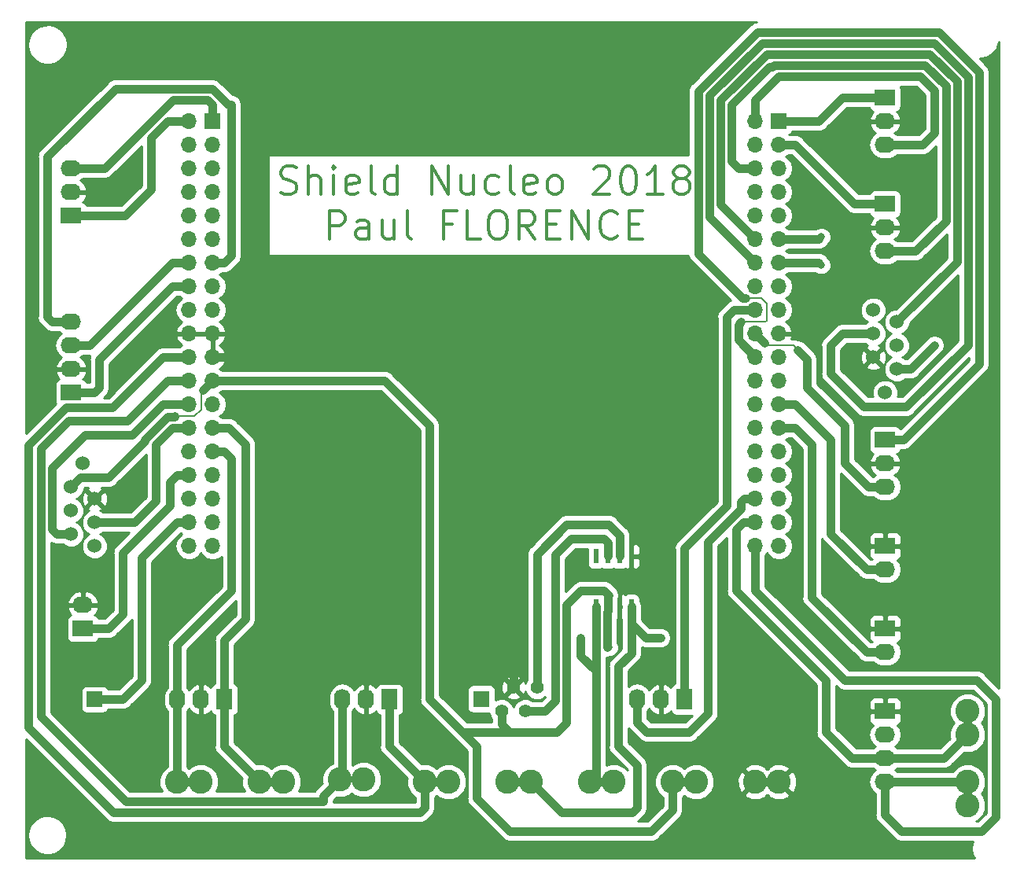
<source format=gbl>
G04 #@! TF.GenerationSoftware,KiCad,Pcbnew,5.0.0-rc1-44a33f2~62~ubuntu16.04.1*
G04 #@! TF.CreationDate,2018-05-19T12:26:42+02:00*
G04 #@! TF.ProjectId,shield2018,736869656C64323031382E6B69636164,1.0*
G04 #@! TF.SameCoordinates,Original*
G04 #@! TF.FileFunction,Copper,L2,Bot,Signal*
G04 #@! TF.FilePolarity,Positive*
%FSLAX46Y46*%
G04 Gerber Fmt 4.6, Leading zero omitted, Abs format (unit mm)*
G04 Created by KiCad (PCBNEW 5.0.0-rc1-44a33f2~62~ubuntu16.04.1) date Sat May 19 12:26:42 2018*
%MOMM*%
%LPD*%
G01*
G04 APERTURE LIST*
%ADD10C,0.300000*%
%ADD11R,1.700000X1.700000*%
%ADD12O,1.700000X1.700000*%
%ADD13C,2.600000*%
%ADD14C,1.400000*%
%ADD15R,1.800000X1.800000*%
%ADD16O,2.200000X1.740000*%
%ADD17R,2.200000X1.740000*%
%ADD18O,1.740000X2.200000*%
%ADD19R,1.740000X2.200000*%
%ADD20R,0.600000X1.550000*%
%ADD21C,1.524000*%
%ADD22C,0.800000*%
%ADD23C,0.900000*%
%ADD24C,0.200000*%
%ADD25C,0.254000*%
G04 APERTURE END LIST*
D10*
X86077000Y-90254285D02*
X86505571Y-90397142D01*
X87219857Y-90397142D01*
X87505571Y-90254285D01*
X87648428Y-90111428D01*
X87791285Y-89825714D01*
X87791285Y-89540000D01*
X87648428Y-89254285D01*
X87505571Y-89111428D01*
X87219857Y-88968571D01*
X86648428Y-88825714D01*
X86362714Y-88682857D01*
X86219857Y-88540000D01*
X86077000Y-88254285D01*
X86077000Y-87968571D01*
X86219857Y-87682857D01*
X86362714Y-87540000D01*
X86648428Y-87397142D01*
X87362714Y-87397142D01*
X87791285Y-87540000D01*
X89077000Y-90397142D02*
X89077000Y-87397142D01*
X90362714Y-90397142D02*
X90362714Y-88825714D01*
X90219857Y-88540000D01*
X89934142Y-88397142D01*
X89505571Y-88397142D01*
X89219857Y-88540000D01*
X89077000Y-88682857D01*
X91791285Y-90397142D02*
X91791285Y-88397142D01*
X91791285Y-87397142D02*
X91648428Y-87540000D01*
X91791285Y-87682857D01*
X91934142Y-87540000D01*
X91791285Y-87397142D01*
X91791285Y-87682857D01*
X94362714Y-90254285D02*
X94077000Y-90397142D01*
X93505571Y-90397142D01*
X93219857Y-90254285D01*
X93077000Y-89968571D01*
X93077000Y-88825714D01*
X93219857Y-88540000D01*
X93505571Y-88397142D01*
X94077000Y-88397142D01*
X94362714Y-88540000D01*
X94505571Y-88825714D01*
X94505571Y-89111428D01*
X93077000Y-89397142D01*
X96219857Y-90397142D02*
X95934142Y-90254285D01*
X95791285Y-89968571D01*
X95791285Y-87397142D01*
X98648428Y-90397142D02*
X98648428Y-87397142D01*
X98648428Y-90254285D02*
X98362714Y-90397142D01*
X97791285Y-90397142D01*
X97505571Y-90254285D01*
X97362714Y-90111428D01*
X97219857Y-89825714D01*
X97219857Y-88968571D01*
X97362714Y-88682857D01*
X97505571Y-88540000D01*
X97791285Y-88397142D01*
X98362714Y-88397142D01*
X98648428Y-88540000D01*
X102362714Y-90397142D02*
X102362714Y-87397142D01*
X104077000Y-90397142D01*
X104077000Y-87397142D01*
X106791285Y-88397142D02*
X106791285Y-90397142D01*
X105505571Y-88397142D02*
X105505571Y-89968571D01*
X105648428Y-90254285D01*
X105934142Y-90397142D01*
X106362714Y-90397142D01*
X106648428Y-90254285D01*
X106791285Y-90111428D01*
X109505571Y-90254285D02*
X109219857Y-90397142D01*
X108648428Y-90397142D01*
X108362714Y-90254285D01*
X108219857Y-90111428D01*
X108077000Y-89825714D01*
X108077000Y-88968571D01*
X108219857Y-88682857D01*
X108362714Y-88540000D01*
X108648428Y-88397142D01*
X109219857Y-88397142D01*
X109505571Y-88540000D01*
X111219857Y-90397142D02*
X110934142Y-90254285D01*
X110791285Y-89968571D01*
X110791285Y-87397142D01*
X113505571Y-90254285D02*
X113219857Y-90397142D01*
X112648428Y-90397142D01*
X112362714Y-90254285D01*
X112219857Y-89968571D01*
X112219857Y-88825714D01*
X112362714Y-88540000D01*
X112648428Y-88397142D01*
X113219857Y-88397142D01*
X113505571Y-88540000D01*
X113648428Y-88825714D01*
X113648428Y-89111428D01*
X112219857Y-89397142D01*
X115362714Y-90397142D02*
X115077000Y-90254285D01*
X114934142Y-90111428D01*
X114791285Y-89825714D01*
X114791285Y-88968571D01*
X114934142Y-88682857D01*
X115077000Y-88540000D01*
X115362714Y-88397142D01*
X115791285Y-88397142D01*
X116077000Y-88540000D01*
X116219857Y-88682857D01*
X116362714Y-88968571D01*
X116362714Y-89825714D01*
X116219857Y-90111428D01*
X116077000Y-90254285D01*
X115791285Y-90397142D01*
X115362714Y-90397142D01*
X119791285Y-87682857D02*
X119934142Y-87540000D01*
X120219857Y-87397142D01*
X120934142Y-87397142D01*
X121219857Y-87540000D01*
X121362714Y-87682857D01*
X121505571Y-87968571D01*
X121505571Y-88254285D01*
X121362714Y-88682857D01*
X119648428Y-90397142D01*
X121505571Y-90397142D01*
X123362714Y-87397142D02*
X123648428Y-87397142D01*
X123934142Y-87540000D01*
X124077000Y-87682857D01*
X124219857Y-87968571D01*
X124362714Y-88540000D01*
X124362714Y-89254285D01*
X124219857Y-89825714D01*
X124077000Y-90111428D01*
X123934142Y-90254285D01*
X123648428Y-90397142D01*
X123362714Y-90397142D01*
X123077000Y-90254285D01*
X122934142Y-90111428D01*
X122791285Y-89825714D01*
X122648428Y-89254285D01*
X122648428Y-88540000D01*
X122791285Y-87968571D01*
X122934142Y-87682857D01*
X123077000Y-87540000D01*
X123362714Y-87397142D01*
X127219857Y-90397142D02*
X125505571Y-90397142D01*
X126362714Y-90397142D02*
X126362714Y-87397142D01*
X126077000Y-87825714D01*
X125791285Y-88111428D01*
X125505571Y-88254285D01*
X128934142Y-88682857D02*
X128648428Y-88540000D01*
X128505571Y-88397142D01*
X128362714Y-88111428D01*
X128362714Y-87968571D01*
X128505571Y-87682857D01*
X128648428Y-87540000D01*
X128934142Y-87397142D01*
X129505571Y-87397142D01*
X129791285Y-87540000D01*
X129934142Y-87682857D01*
X130077000Y-87968571D01*
X130077000Y-88111428D01*
X129934142Y-88397142D01*
X129791285Y-88540000D01*
X129505571Y-88682857D01*
X128934142Y-88682857D01*
X128648428Y-88825714D01*
X128505571Y-88968571D01*
X128362714Y-89254285D01*
X128362714Y-89825714D01*
X128505571Y-90111428D01*
X128648428Y-90254285D01*
X128934142Y-90397142D01*
X129505571Y-90397142D01*
X129791285Y-90254285D01*
X129934142Y-90111428D01*
X130077000Y-89825714D01*
X130077000Y-89254285D01*
X129934142Y-88968571D01*
X129791285Y-88825714D01*
X129505571Y-88682857D01*
X91291285Y-95197142D02*
X91291285Y-92197142D01*
X92434142Y-92197142D01*
X92719857Y-92340000D01*
X92862714Y-92482857D01*
X93005571Y-92768571D01*
X93005571Y-93197142D01*
X92862714Y-93482857D01*
X92719857Y-93625714D01*
X92434142Y-93768571D01*
X91291285Y-93768571D01*
X95577000Y-95197142D02*
X95577000Y-93625714D01*
X95434142Y-93340000D01*
X95148428Y-93197142D01*
X94577000Y-93197142D01*
X94291285Y-93340000D01*
X95577000Y-95054285D02*
X95291285Y-95197142D01*
X94577000Y-95197142D01*
X94291285Y-95054285D01*
X94148428Y-94768571D01*
X94148428Y-94482857D01*
X94291285Y-94197142D01*
X94577000Y-94054285D01*
X95291285Y-94054285D01*
X95577000Y-93911428D01*
X98291285Y-93197142D02*
X98291285Y-95197142D01*
X97005571Y-93197142D02*
X97005571Y-94768571D01*
X97148428Y-95054285D01*
X97434142Y-95197142D01*
X97862714Y-95197142D01*
X98148428Y-95054285D01*
X98291285Y-94911428D01*
X100148428Y-95197142D02*
X99862714Y-95054285D01*
X99719857Y-94768571D01*
X99719857Y-92197142D01*
X104577000Y-93625714D02*
X103577000Y-93625714D01*
X103577000Y-95197142D02*
X103577000Y-92197142D01*
X105005571Y-92197142D01*
X107577000Y-95197142D02*
X106148428Y-95197142D01*
X106148428Y-92197142D01*
X109148428Y-92197142D02*
X109719857Y-92197142D01*
X110005571Y-92340000D01*
X110291285Y-92625714D01*
X110434142Y-93197142D01*
X110434142Y-94197142D01*
X110291285Y-94768571D01*
X110005571Y-95054285D01*
X109719857Y-95197142D01*
X109148428Y-95197142D01*
X108862714Y-95054285D01*
X108577000Y-94768571D01*
X108434142Y-94197142D01*
X108434142Y-93197142D01*
X108577000Y-92625714D01*
X108862714Y-92340000D01*
X109148428Y-92197142D01*
X113434142Y-95197142D02*
X112434142Y-93768571D01*
X111719857Y-95197142D02*
X111719857Y-92197142D01*
X112862714Y-92197142D01*
X113148428Y-92340000D01*
X113291285Y-92482857D01*
X113434142Y-92768571D01*
X113434142Y-93197142D01*
X113291285Y-93482857D01*
X113148428Y-93625714D01*
X112862714Y-93768571D01*
X111719857Y-93768571D01*
X114719857Y-93625714D02*
X115719857Y-93625714D01*
X116148428Y-95197142D02*
X114719857Y-95197142D01*
X114719857Y-92197142D01*
X116148428Y-92197142D01*
X117434142Y-95197142D02*
X117434142Y-92197142D01*
X119148428Y-95197142D01*
X119148428Y-92197142D01*
X122291285Y-94911428D02*
X122148428Y-95054285D01*
X121719857Y-95197142D01*
X121434142Y-95197142D01*
X121005571Y-95054285D01*
X120719857Y-94768571D01*
X120577000Y-94482857D01*
X120434142Y-93911428D01*
X120434142Y-93482857D01*
X120577000Y-92911428D01*
X120719857Y-92625714D01*
X121005571Y-92340000D01*
X121434142Y-92197142D01*
X121719857Y-92197142D01*
X122148428Y-92340000D01*
X122291285Y-92482857D01*
X123577000Y-93625714D02*
X124577000Y-93625714D01*
X125005571Y-95197142D02*
X123577000Y-95197142D01*
X123577000Y-92197142D01*
X125005571Y-92197142D01*
D11*
X78740000Y-82550000D03*
D12*
X76200000Y-82550000D03*
X78740000Y-85090000D03*
X76200000Y-85090000D03*
X78740000Y-87630000D03*
X76200000Y-87630000D03*
X78740000Y-90170000D03*
X76200000Y-90170000D03*
X78740000Y-92710000D03*
X76200000Y-92710000D03*
X78740000Y-95250000D03*
X76200000Y-95250000D03*
X78740000Y-97790000D03*
X76200000Y-97790000D03*
X78740000Y-100330000D03*
X76200000Y-100330000D03*
X78740000Y-102870000D03*
X76200000Y-102870000D03*
X78740000Y-105410000D03*
X76200000Y-105410000D03*
X78740000Y-107950000D03*
X76200000Y-107950000D03*
X78740000Y-110490000D03*
X76200000Y-110490000D03*
X78740000Y-113030000D03*
X76200000Y-113030000D03*
X78740000Y-115570000D03*
X76200000Y-115570000D03*
X78740000Y-118110000D03*
X76200000Y-118110000D03*
X78740000Y-120650000D03*
X76200000Y-120650000D03*
X78740000Y-123190000D03*
X76200000Y-123190000D03*
X78740000Y-125730000D03*
X76200000Y-125730000D03*
X78740000Y-128270000D03*
X76200000Y-128270000D03*
D11*
X139700000Y-82550000D03*
D12*
X137160000Y-82550000D03*
X139700000Y-85090000D03*
X137160000Y-85090000D03*
X139700000Y-87630000D03*
X137160000Y-87630000D03*
X139700000Y-90170000D03*
X137160000Y-90170000D03*
X139700000Y-92710000D03*
X137160000Y-92710000D03*
X139700000Y-95250000D03*
X137160000Y-95250000D03*
X139700000Y-97790000D03*
X137160000Y-97790000D03*
X139700000Y-100330000D03*
X137160000Y-100330000D03*
X139700000Y-102870000D03*
X137160000Y-102870000D03*
X139700000Y-105410000D03*
X137160000Y-105410000D03*
X139700000Y-107950000D03*
X137160000Y-107950000D03*
X139700000Y-110490000D03*
X137160000Y-110490000D03*
X139700000Y-113030000D03*
X137160000Y-113030000D03*
X139700000Y-115570000D03*
X137160000Y-115570000D03*
X139700000Y-118110000D03*
X137160000Y-118110000D03*
X139700000Y-120650000D03*
X137160000Y-120650000D03*
X139700000Y-123190000D03*
X137160000Y-123190000D03*
X139700000Y-125730000D03*
X137160000Y-125730000D03*
X139700000Y-128270000D03*
X137160000Y-128270000D03*
D13*
X160020000Y-146050000D03*
X160020000Y-148590000D03*
X160020000Y-153670000D03*
X160020000Y-156210000D03*
X113030000Y-153670000D03*
X110490000Y-153670000D03*
X121920000Y-153670000D03*
X119380000Y-153670000D03*
X130810000Y-153670000D03*
X128270000Y-153670000D03*
X139700000Y-153670000D03*
X137160000Y-153670000D03*
D14*
X109855000Y-146050000D03*
X111125000Y-143510000D03*
X112395000Y-146050000D03*
X113665000Y-143510000D03*
D15*
X107683300Y-144729200D03*
D16*
X64770000Y-134620000D03*
D17*
X64770000Y-137160000D03*
D18*
X92710000Y-144780000D03*
X95250000Y-144780000D03*
D19*
X97790000Y-144780000D03*
D16*
X151130000Y-85090000D03*
X151130000Y-82550000D03*
D17*
X151130000Y-80010000D03*
D16*
X151130000Y-96520000D03*
X151130000Y-93980000D03*
D17*
X151130000Y-91440000D03*
D16*
X151130000Y-121920000D03*
X151130000Y-119380000D03*
D17*
X151130000Y-116840000D03*
D20*
X123825000Y-129380000D03*
X122555000Y-129380000D03*
X121285000Y-129380000D03*
X120015000Y-129380000D03*
X120015000Y-134780000D03*
X121285000Y-134780000D03*
X122555000Y-134780000D03*
X123825000Y-134780000D03*
D13*
X77470000Y-153670000D03*
X74930000Y-153670000D03*
X86360000Y-153670000D03*
X83820000Y-153670000D03*
X104140000Y-153670000D03*
X101600000Y-153670000D03*
X94996000Y-153416000D03*
X92456000Y-153416000D03*
D16*
X151130000Y-139700000D03*
D17*
X151130000Y-137160000D03*
D16*
X151130000Y-130810000D03*
D17*
X151130000Y-128270000D03*
D18*
X124460000Y-144780000D03*
X127000000Y-144780000D03*
D19*
X129540000Y-144780000D03*
D18*
X74930000Y-144780000D03*
X77470000Y-144780000D03*
D19*
X80010000Y-144780000D03*
D16*
X63500000Y-87630000D03*
X63500000Y-90170000D03*
D17*
X63500000Y-92710000D03*
D16*
X151130000Y-153670000D03*
X151130000Y-151130000D03*
X151130000Y-148590000D03*
D17*
X151130000Y-146050000D03*
D16*
X63500000Y-104140000D03*
X63500000Y-106680000D03*
X63500000Y-109220000D03*
D17*
X63500000Y-111760000D03*
D11*
X66040000Y-144780000D03*
D21*
X64770000Y-119380000D03*
X66040000Y-123190000D03*
X63500000Y-121920000D03*
X63500000Y-124460000D03*
X66040000Y-125730000D03*
X63500000Y-127000000D03*
X66040000Y-128270000D03*
X151130000Y-111760000D03*
X149860000Y-107950000D03*
X152400000Y-109220000D03*
X152400000Y-106680000D03*
X149860000Y-105410000D03*
X152400000Y-104140000D03*
X149860000Y-102870000D03*
D22*
X156464000Y-149352000D03*
X121412000Y-139192000D03*
X156464000Y-106680000D03*
X127000000Y-138176000D03*
X118364000Y-138176000D03*
X144272000Y-98044000D03*
X144272000Y-94996000D03*
D23*
X58928000Y-117410928D02*
X62958927Y-113380001D01*
X101600000Y-153670000D02*
X101600000Y-156464000D01*
X58928000Y-147828000D02*
X58928000Y-117410928D01*
X68072000Y-156972000D02*
X58928000Y-147828000D01*
X101092000Y-156972000D02*
X68072000Y-156972000D01*
X101600000Y-156464000D02*
X101092000Y-156972000D01*
X62958927Y-113380001D02*
X67975999Y-113380001D01*
X73406000Y-107950000D02*
X76200000Y-107950000D01*
X67975999Y-113380001D02*
X73406000Y-107950000D01*
X92710000Y-144780000D02*
X92710000Y-153162000D01*
X92710000Y-153162000D02*
X92456000Y-153416000D01*
X60267990Y-146627990D02*
X69411990Y-155771990D01*
X60267990Y-117768008D02*
X60267990Y-146627990D01*
X63227998Y-114808000D02*
X60267990Y-117768008D01*
X69411990Y-155771990D02*
X90678000Y-155771990D01*
X69596000Y-114808000D02*
X63227998Y-114808000D01*
X76200000Y-110490000D02*
X73914000Y-110490000D01*
X73914000Y-110490000D02*
X69596000Y-114808000D01*
X90678000Y-155771990D02*
X90678000Y-155194000D01*
X90678000Y-155194000D02*
X91607465Y-154264535D01*
X71443990Y-117024010D02*
X71443991Y-116850939D01*
X67564000Y-120904000D02*
X71443990Y-117024010D01*
X64516000Y-120904000D02*
X67564000Y-120904000D01*
X71443991Y-116850939D02*
X73924939Y-114369991D01*
X74626008Y-114369991D02*
X74676000Y-114319999D01*
X63500000Y-121920000D02*
X64516000Y-120904000D01*
D24*
X76760003Y-114319999D02*
X74676000Y-114319999D01*
D23*
X73924939Y-114369991D02*
X74626008Y-114369991D01*
D24*
X77724000Y-111506000D02*
X77489999Y-111740001D01*
D23*
X78740000Y-110490000D02*
X77724000Y-111506000D01*
D24*
X77489999Y-111740001D02*
X77489999Y-113590003D01*
X77489999Y-113590003D02*
X76760003Y-114319999D01*
D23*
X153924000Y-109220000D02*
X156464000Y-106680000D01*
X152400000Y-109220000D02*
X153924000Y-109220000D01*
X139700000Y-115570000D02*
X141478000Y-115570000D01*
X141478000Y-115570000D02*
X143256000Y-117348000D01*
X143256000Y-117348000D02*
X143256000Y-133826000D01*
X143256000Y-133826000D02*
X149130000Y-139700000D01*
X149130000Y-139700000D02*
X151130000Y-139700000D01*
X139700000Y-113030000D02*
X141478000Y-113030000D01*
X141478000Y-113030000D02*
X145288000Y-116840000D01*
X145288000Y-116840000D02*
X145288000Y-126968000D01*
X145288000Y-126968000D02*
X149130000Y-130810000D01*
X149130000Y-130810000D02*
X151130000Y-130810000D01*
X151130000Y-116840000D02*
X153130000Y-116840000D01*
X161264039Y-77259759D02*
X156928242Y-72923964D01*
X156928242Y-72923964D02*
X137376827Y-72923963D01*
X131019972Y-79280818D02*
X131019972Y-96819972D01*
X153130000Y-116840000D02*
X161264039Y-108705961D01*
X161264039Y-108705961D02*
X161264039Y-77259759D01*
X137376827Y-72923963D02*
X131019972Y-79280818D01*
X131019972Y-96819972D02*
X135800000Y-101600000D01*
X135800000Y-101600000D02*
X136144000Y-101600000D01*
D24*
X137800000Y-101600000D02*
X135800000Y-101600000D01*
X138410001Y-102210001D02*
X137800000Y-101600000D01*
X138400000Y-103480002D02*
X138410001Y-103470001D01*
X138400000Y-104000000D02*
X138400000Y-103480002D01*
X138410001Y-103470001D02*
X138410001Y-102210001D01*
X138260000Y-104140000D02*
X138400000Y-104000000D01*
X135636000Y-104140000D02*
X138260000Y-104140000D01*
D23*
X135312010Y-104463990D02*
X135636000Y-104140000D01*
X135312010Y-106102010D02*
X135312010Y-104463990D01*
X137160000Y-107950000D02*
X135312010Y-106102010D01*
X121920000Y-153670000D02*
X119380000Y-153670000D01*
X123825000Y-136652000D02*
X123825000Y-139827000D01*
X123825000Y-134780000D02*
X123825000Y-136652000D01*
X127000000Y-138176000D02*
X125349000Y-138176000D01*
X125349000Y-138176000D02*
X123825000Y-136652000D01*
X120015000Y-141732000D02*
X120015000Y-153035000D01*
X120015000Y-134780000D02*
X120015000Y-141732000D01*
X118364000Y-138176000D02*
X118364000Y-140081000D01*
X118364000Y-140081000D02*
X120015000Y-141732000D01*
X86360000Y-153670000D02*
X83820000Y-153670000D01*
X80010000Y-144780000D02*
X80010000Y-149860000D01*
X80010000Y-149860000D02*
X83820000Y-153670000D01*
X80518000Y-115570000D02*
X82296000Y-117348000D01*
X78740000Y-115570000D02*
X80518000Y-115570000D01*
X82296000Y-117348000D02*
X82296000Y-136144000D01*
X82296000Y-136144000D02*
X80010000Y-138430000D01*
X80010000Y-138430000D02*
X80010000Y-144780000D01*
X77470000Y-153670000D02*
X74930000Y-153670000D01*
X74930000Y-144780000D02*
X74930000Y-153670000D01*
X80010000Y-118110000D02*
X80772000Y-118872000D01*
X78740000Y-118110000D02*
X80010000Y-118110000D01*
X80772000Y-118872000D02*
X80772000Y-133096000D01*
X80772000Y-133096000D02*
X74930000Y-138938000D01*
X74930000Y-138938000D02*
X74930000Y-144780000D01*
X111125000Y-121793000D02*
X97282000Y-107950000D01*
X97282000Y-107950000D02*
X78740000Y-107950000D01*
X111125000Y-143510000D02*
X111125000Y-121793000D01*
X137160000Y-153670000D02*
X139700000Y-153670000D01*
X74422000Y-97790000D02*
X65532000Y-106680000D01*
X65532000Y-106680000D02*
X63500000Y-106680000D01*
X76200000Y-97790000D02*
X74422000Y-97790000D01*
X80437070Y-80772000D02*
X78729061Y-79063991D01*
X80772000Y-80772000D02*
X80437070Y-80772000D01*
X80772000Y-97028000D02*
X80772000Y-80772000D01*
X78740000Y-97790000D02*
X80010000Y-97790000D01*
X78729061Y-79063991D02*
X68256009Y-79063991D01*
X80010000Y-97790000D02*
X80772000Y-97028000D01*
X68256009Y-79063991D02*
X60960000Y-86360000D01*
X60960000Y-86360000D02*
X60960000Y-103632000D01*
X60960000Y-103632000D02*
X61468000Y-104140000D01*
X61468000Y-104140000D02*
X63500000Y-104140000D01*
X66548000Y-111252000D02*
X66040000Y-111760000D01*
X66040000Y-111760000D02*
X63500000Y-111760000D01*
X66548000Y-108204000D02*
X66548000Y-111252000D01*
X74422000Y-100330000D02*
X66548000Y-108204000D01*
X76200000Y-100330000D02*
X74422000Y-100330000D01*
X104140000Y-153670000D02*
X101600000Y-153670000D01*
X97790000Y-144780000D02*
X97790000Y-149860000D01*
X97790000Y-149860000D02*
X101600000Y-153670000D01*
X128270000Y-156718000D02*
X125984000Y-159004000D01*
X128270000Y-153670000D02*
X128270000Y-156718000D01*
X125984000Y-159004000D02*
X110744000Y-159004000D01*
X110744000Y-159004000D02*
X107188000Y-155448000D01*
X107188000Y-155448000D02*
X107188000Y-149860000D01*
X107188000Y-149860000D02*
X105664000Y-148336000D01*
X105664000Y-148336000D02*
X102108000Y-144780000D01*
X110744000Y-148336000D02*
X105664000Y-148336000D01*
X102108000Y-144780000D02*
X102108000Y-115316000D01*
X102108000Y-115316000D02*
X97282000Y-110490000D01*
X97282000Y-110490000D02*
X78740000Y-110490000D01*
X128270000Y-153670000D02*
X130810000Y-153670000D01*
X121215010Y-135324990D02*
X121215010Y-139192000D01*
X121285000Y-134780000D02*
X121285000Y-135255000D01*
X121285000Y-135255000D02*
X121215010Y-135324990D01*
X116840000Y-134620000D02*
X118364000Y-133096000D01*
X109855000Y-147447000D02*
X110744000Y-148336000D01*
X116840000Y-147320000D02*
X116840000Y-134620000D01*
X109855000Y-146050000D02*
X109855000Y-147447000D01*
X115824000Y-148336000D02*
X116840000Y-147320000D01*
X110744000Y-148336000D02*
X115824000Y-148336000D01*
X118364000Y-133096000D02*
X120904000Y-133096000D01*
X120904000Y-133096000D02*
X121412000Y-133604000D01*
X121412000Y-133604000D02*
X121285000Y-133731000D01*
X121285000Y-133731000D02*
X121285000Y-134780000D01*
X70104000Y-116332000D02*
X73406000Y-113030000D01*
X61468000Y-119888000D02*
X65024000Y-116332000D01*
X65024000Y-116332000D02*
X70104000Y-116332000D01*
X73406000Y-113030000D02*
X76200000Y-113030000D01*
X63500000Y-127000000D02*
X61976000Y-127000000D01*
X61468000Y-126492000D02*
X61468000Y-119888000D01*
X61976000Y-127000000D02*
X61468000Y-126492000D01*
X74422000Y-115570000D02*
X72644000Y-117348000D01*
X72644000Y-117348000D02*
X72644000Y-123444000D01*
X72644000Y-123444000D02*
X70358000Y-125730000D01*
X70358000Y-125730000D02*
X66040000Y-125730000D01*
X76200000Y-115570000D02*
X74422000Y-115570000D01*
X76200000Y-120650000D02*
X74930000Y-120650000D01*
X69088000Y-135636000D02*
X67564000Y-137160000D01*
X69088000Y-129032000D02*
X69088000Y-135636000D01*
X74168000Y-123952000D02*
X69088000Y-129032000D01*
X74168000Y-121412000D02*
X74168000Y-123952000D01*
X74930000Y-120650000D02*
X74168000Y-121412000D01*
X67564000Y-137160000D02*
X64770000Y-137160000D01*
X69088000Y-144780000D02*
X66040000Y-144780000D01*
X71120000Y-142748000D02*
X69088000Y-144780000D01*
X71120000Y-129540000D02*
X71120000Y-142748000D01*
X74930000Y-125730000D02*
X71120000Y-129540000D01*
X76200000Y-125730000D02*
X74930000Y-125730000D01*
X149352000Y-121920000D02*
X151130000Y-121920000D01*
X146812000Y-119380000D02*
X149352000Y-121920000D01*
X146812000Y-115316000D02*
X146812000Y-119380000D01*
X142748000Y-111252000D02*
X146812000Y-115316000D01*
X142748000Y-108204000D02*
X142748000Y-111252000D01*
X141732000Y-107188000D02*
X142748000Y-108204000D01*
D24*
X138176000Y-106426000D02*
X138449999Y-106699999D01*
D23*
X137160000Y-105410000D02*
X138176000Y-106426000D01*
D24*
X141243999Y-106699999D02*
X141732000Y-107188000D01*
X138449999Y-106699999D02*
X141243999Y-106699999D01*
D23*
X139700000Y-97790000D02*
X144018000Y-97790000D01*
X120015000Y-153035000D02*
X119380000Y-153670000D01*
X160064030Y-77756820D02*
X160064030Y-106635970D01*
X145288000Y-106680000D02*
X146558000Y-105410000D01*
X156431183Y-74123973D02*
X160064030Y-77756820D01*
X145288000Y-109728000D02*
X145288000Y-106680000D01*
X137873888Y-74123972D02*
X156431183Y-74123973D01*
X137160000Y-97790000D02*
X132219982Y-92849982D01*
X132219982Y-92849982D02*
X132219982Y-79777878D01*
X160064030Y-106635970D02*
X153416000Y-113284000D01*
X132219982Y-79777878D02*
X137873888Y-74123972D01*
X153416000Y-113284000D02*
X148844000Y-113284000D01*
X148844000Y-113284000D02*
X145288000Y-109728000D01*
X146558000Y-105410000D02*
X149860000Y-105410000D01*
X139700000Y-95250000D02*
X144018000Y-95250000D01*
X113030000Y-153670000D02*
X110490000Y-153670000D01*
X124460000Y-156464000D02*
X123952000Y-156972000D01*
X124460000Y-151892000D02*
X124460000Y-156464000D01*
X122428000Y-141224000D02*
X122428000Y-149860000D01*
X122428000Y-149860000D02*
X124460000Y-151892000D01*
X123825000Y-139827000D02*
X122428000Y-141224000D01*
X123952000Y-156972000D02*
X116332000Y-156972000D01*
X116332000Y-156972000D02*
X113030000Y-153670000D01*
X137160000Y-95250000D02*
X133419991Y-91509991D01*
X133419991Y-91509991D02*
X133419991Y-80274939D01*
X133419991Y-80274939D02*
X138370948Y-75323982D01*
X155934122Y-75323982D02*
X158864020Y-78253880D01*
X138370948Y-75323982D02*
X155934122Y-75323982D01*
X158864020Y-78253880D02*
X158864020Y-97675980D01*
X158864020Y-97675980D02*
X152400000Y-104140000D01*
X157664010Y-93287990D02*
X154432000Y-96520000D01*
X154432000Y-96520000D02*
X151130000Y-96520000D01*
X155437061Y-76523991D02*
X157664010Y-78750940D01*
X157664010Y-78750940D02*
X157664010Y-93287990D01*
X139018930Y-76708000D02*
X139202940Y-76523990D01*
X138684000Y-76708000D02*
X139018930Y-76708000D01*
X139202940Y-76523990D02*
X155437061Y-76523991D01*
X134620000Y-80772000D02*
X138684000Y-76708000D01*
X134620000Y-86868000D02*
X134620000Y-80772000D01*
X135382000Y-87630000D02*
X134620000Y-86868000D01*
X137160000Y-87630000D02*
X135382000Y-87630000D01*
X141478000Y-85090000D02*
X147828000Y-91440000D01*
X147828000Y-91440000D02*
X151130000Y-91440000D01*
X139700000Y-85090000D02*
X141478000Y-85090000D01*
X144018000Y-82550000D02*
X146558000Y-80010000D01*
X139700000Y-82550000D02*
X144018000Y-82550000D01*
X146558000Y-80010000D02*
X151130000Y-80010000D01*
X156464000Y-83820000D02*
X155194000Y-85090000D01*
X155194000Y-85090000D02*
X151130000Y-85090000D01*
X156464000Y-79248000D02*
X156464000Y-83820000D01*
X154940000Y-77724000D02*
X156464000Y-79248000D01*
X139700000Y-77724000D02*
X154940000Y-77724000D01*
X137160000Y-80264000D02*
X139700000Y-77724000D01*
X137160000Y-82550000D02*
X137160000Y-80264000D01*
X73890000Y-82550000D02*
X72136000Y-84304000D01*
X76200000Y-82550000D02*
X73890000Y-82550000D01*
X72136000Y-84304000D02*
X72136000Y-89916000D01*
X72136000Y-89916000D02*
X69342000Y-92710000D01*
X69342000Y-92710000D02*
X63500000Y-92710000D01*
X78740000Y-80772000D02*
X78232000Y-80264000D01*
X78232000Y-80264000D02*
X74478930Y-80264000D01*
X78740000Y-82550000D02*
X78740000Y-80772000D01*
X74478930Y-80264000D02*
X67112930Y-87630000D01*
X67112930Y-87630000D02*
X63500000Y-87630000D01*
X152908000Y-159004000D02*
X151130000Y-157226000D01*
X151130000Y-157226000D02*
X151130000Y-153670000D01*
X161544000Y-159004000D02*
X152908000Y-159004000D01*
X163068000Y-157480000D02*
X161544000Y-159004000D01*
X163068000Y-144780000D02*
X163068000Y-157480000D01*
X161036000Y-142748000D02*
X163068000Y-144780000D01*
X146812000Y-142748000D02*
X161036000Y-142748000D01*
X137160000Y-133096000D02*
X146812000Y-142748000D01*
X137160000Y-128270000D02*
X137160000Y-133096000D01*
X160020000Y-153670000D02*
X160020000Y-156210000D01*
X151130000Y-153670000D02*
X160020000Y-153670000D01*
X135128000Y-126492000D02*
X135890000Y-125730000D01*
X135128000Y-133096000D02*
X135128000Y-126492000D01*
X144780000Y-142748000D02*
X135128000Y-133096000D01*
X144780000Y-148336000D02*
X144780000Y-142748000D01*
X151130000Y-151130000D02*
X147574000Y-151130000D01*
X147574000Y-151130000D02*
X144780000Y-148336000D01*
X135890000Y-125730000D02*
X137160000Y-125730000D01*
X160020000Y-146050000D02*
X160020000Y-148590000D01*
X151130000Y-151130000D02*
X157480000Y-151130000D01*
X157480000Y-151130000D02*
X160020000Y-148590000D01*
X132080000Y-146304000D02*
X130048000Y-148336000D01*
X132080000Y-127842930D02*
X132080000Y-146304000D01*
X135957919Y-123190000D02*
X135636000Y-123511919D01*
X125476000Y-148336000D02*
X124460000Y-147320000D01*
X135636000Y-124286930D02*
X132080000Y-127842930D01*
X137160000Y-123190000D02*
X135957919Y-123190000D01*
X135636000Y-123511919D02*
X135636000Y-124286930D01*
X130048000Y-148336000D02*
X125476000Y-148336000D01*
X124460000Y-147320000D02*
X124460000Y-144780000D01*
X129540000Y-128524000D02*
X134112000Y-123952000D01*
X129540000Y-144780000D02*
X129540000Y-128524000D01*
X134112000Y-103632000D02*
X134874000Y-102870000D01*
X134112000Y-123952000D02*
X134112000Y-103632000D01*
X134874000Y-102870000D02*
X137160000Y-102870000D01*
X115639990Y-144964010D02*
X114554000Y-146050000D01*
X115639990Y-129216010D02*
X115639990Y-144964010D01*
X121285000Y-129380000D02*
X121285000Y-127889000D01*
X117348000Y-127508000D02*
X115639990Y-129216010D01*
X120904000Y-127508000D02*
X117348000Y-127508000D01*
X121285000Y-127889000D02*
X120904000Y-127508000D01*
X114554000Y-146050000D02*
X112395000Y-146050000D01*
X122555000Y-127127000D02*
X121412000Y-125984000D01*
X121412000Y-125984000D02*
X116840000Y-125984000D01*
X116840000Y-125984000D02*
X113665000Y-129159000D01*
X113665000Y-129159000D02*
X113665000Y-143510000D01*
X122555000Y-129380000D02*
X122555000Y-127127000D01*
D25*
G36*
X101023001Y-115765423D02*
X101023000Y-144673143D01*
X101001745Y-144780000D01*
X101023000Y-144886857D01*
X101023000Y-144886860D01*
X101085953Y-145203345D01*
X101325759Y-145562241D01*
X101416356Y-145622776D01*
X104821228Y-149027650D01*
X104881759Y-149118241D01*
X104972350Y-149178772D01*
X104972355Y-149178776D01*
X106103001Y-150309422D01*
X106103000Y-155341143D01*
X106081745Y-155448000D01*
X106103000Y-155554857D01*
X106103000Y-155554860D01*
X106165953Y-155871345D01*
X106405759Y-156230241D01*
X106496356Y-156290776D01*
X109901228Y-159695650D01*
X109961759Y-159786241D01*
X110052350Y-159846772D01*
X110058128Y-159850633D01*
X110320654Y-160026047D01*
X110637139Y-160089000D01*
X110637143Y-160089000D01*
X110743999Y-160110255D01*
X110850855Y-160089000D01*
X125877143Y-160089000D01*
X125984000Y-160110255D01*
X126090857Y-160089000D01*
X126090861Y-160089000D01*
X126407346Y-160026047D01*
X126766241Y-159786241D01*
X126826776Y-159695644D01*
X128961647Y-157560774D01*
X129052241Y-157500241D01*
X129292047Y-157141346D01*
X129355000Y-156824861D01*
X129355000Y-156824858D01*
X129376255Y-156718001D01*
X129355000Y-156611144D01*
X129355000Y-155315008D01*
X129366090Y-155310414D01*
X129540000Y-155136504D01*
X129713910Y-155310414D01*
X130425105Y-155605000D01*
X131194895Y-155605000D01*
X131906090Y-155310414D01*
X132450414Y-154766090D01*
X132745000Y-154054895D01*
X132745000Y-153333880D01*
X135215934Y-153333880D01*
X135235290Y-154103427D01*
X135492545Y-154724496D01*
X135790541Y-154859854D01*
X136980395Y-153670000D01*
X135790541Y-152480146D01*
X135492545Y-152615504D01*
X135215934Y-153333880D01*
X132745000Y-153333880D01*
X132745000Y-153285105D01*
X132450414Y-152573910D01*
X132177045Y-152300541D01*
X135970146Y-152300541D01*
X137160000Y-153490395D01*
X137174143Y-153476253D01*
X137353748Y-153655858D01*
X137339605Y-153670000D01*
X137353748Y-153684143D01*
X137174143Y-153863748D01*
X137160000Y-153849605D01*
X135970146Y-155039459D01*
X136105504Y-155337455D01*
X136823880Y-155614066D01*
X137593427Y-155594710D01*
X138214496Y-155337455D01*
X138328929Y-155085525D01*
X138396506Y-155153102D01*
X138430000Y-155119608D01*
X138463494Y-155153102D01*
X138531071Y-155085525D01*
X138645504Y-155337455D01*
X139363880Y-155614066D01*
X140133427Y-155594710D01*
X140754496Y-155337455D01*
X140889854Y-155039459D01*
X139700000Y-153849605D01*
X139685858Y-153863748D01*
X139506253Y-153684143D01*
X139520395Y-153670000D01*
X139879605Y-153670000D01*
X141069459Y-154859854D01*
X141367455Y-154724496D01*
X141644066Y-154006120D01*
X141624710Y-153236573D01*
X141367455Y-152615504D01*
X141069459Y-152480146D01*
X139879605Y-153670000D01*
X139520395Y-153670000D01*
X139506253Y-153655858D01*
X139685858Y-153476253D01*
X139700000Y-153490395D01*
X140889854Y-152300541D01*
X140754496Y-152002545D01*
X140036120Y-151725934D01*
X139266573Y-151745290D01*
X138645504Y-152002545D01*
X138531071Y-152254475D01*
X138463494Y-152186898D01*
X138430000Y-152220392D01*
X138396506Y-152186898D01*
X138328929Y-152254475D01*
X138214496Y-152002545D01*
X137496120Y-151725934D01*
X136726573Y-151745290D01*
X136105504Y-152002545D01*
X135970146Y-152300541D01*
X132177045Y-152300541D01*
X131906090Y-152029586D01*
X131194895Y-151735000D01*
X130425105Y-151735000D01*
X129713910Y-152029586D01*
X129540000Y-152203496D01*
X129366090Y-152029586D01*
X128654895Y-151735000D01*
X127885105Y-151735000D01*
X127173910Y-152029586D01*
X126629586Y-152573910D01*
X126335000Y-153285105D01*
X126335000Y-154054895D01*
X126629586Y-154766090D01*
X127173910Y-155310414D01*
X127185001Y-155315008D01*
X127185001Y-156268578D01*
X125534580Y-157919000D01*
X124487662Y-157919000D01*
X124734241Y-157754241D01*
X124794775Y-157663645D01*
X125151646Y-157306774D01*
X125242241Y-157246241D01*
X125482047Y-156887346D01*
X125545000Y-156570861D01*
X125545000Y-156570857D01*
X125566255Y-156464001D01*
X125545000Y-156357145D01*
X125545000Y-151998857D01*
X125566255Y-151892000D01*
X125545000Y-151785143D01*
X125545000Y-151785139D01*
X125482047Y-151468654D01*
X125242241Y-151109759D01*
X125151650Y-151049228D01*
X123513000Y-149410580D01*
X123513000Y-147855661D01*
X123677759Y-148102241D01*
X123768355Y-148162775D01*
X124633228Y-149027649D01*
X124693759Y-149118241D01*
X124784350Y-149178772D01*
X124784351Y-149178773D01*
X124938318Y-149281650D01*
X125052654Y-149358047D01*
X125369139Y-149421000D01*
X125369143Y-149421000D01*
X125476000Y-149442255D01*
X125582857Y-149421000D01*
X129941143Y-149421000D01*
X130048000Y-149442255D01*
X130154857Y-149421000D01*
X130154861Y-149421000D01*
X130471346Y-149358047D01*
X130830241Y-149118241D01*
X130890776Y-149027644D01*
X132771650Y-147146772D01*
X132862241Y-147086241D01*
X132988919Y-146896655D01*
X133102047Y-146727346D01*
X133114496Y-146664759D01*
X133165000Y-146410861D01*
X133165000Y-146410857D01*
X133186255Y-146304000D01*
X133165000Y-146197143D01*
X133165000Y-128292350D01*
X134043001Y-127414350D01*
X134043000Y-132989143D01*
X134021745Y-133096000D01*
X134043000Y-133202857D01*
X134043000Y-133202860D01*
X134105953Y-133519345D01*
X134345759Y-133878241D01*
X134436356Y-133938776D01*
X143695001Y-143197422D01*
X143695000Y-148229143D01*
X143673745Y-148336000D01*
X143695000Y-148442857D01*
X143695000Y-148442860D01*
X143757953Y-148759345D01*
X143997759Y-149118241D01*
X144088356Y-149178776D01*
X146731228Y-151821650D01*
X146791759Y-151912241D01*
X146882350Y-151972772D01*
X146882351Y-151972773D01*
X147150654Y-152152047D01*
X147574000Y-152236256D01*
X147680861Y-152215000D01*
X149814927Y-152215000D01*
X149814956Y-152215044D01*
X150091762Y-152400000D01*
X149814956Y-152584956D01*
X149482322Y-153082778D01*
X149365516Y-153670000D01*
X149482322Y-154257222D01*
X149814956Y-154755044D01*
X150045001Y-154908755D01*
X150045000Y-157119143D01*
X150023745Y-157226000D01*
X150045000Y-157332857D01*
X150045000Y-157332860D01*
X150107953Y-157649345D01*
X150347759Y-158008241D01*
X150438355Y-158068776D01*
X152065228Y-159695650D01*
X152125759Y-159786241D01*
X152216350Y-159846772D01*
X152216351Y-159846773D01*
X152484654Y-160026047D01*
X152908000Y-160110256D01*
X153014861Y-160089000D01*
X160592902Y-160089000D01*
X160516908Y-160238146D01*
X160420000Y-160850000D01*
X160516908Y-161461854D01*
X160714678Y-161850000D01*
X58622000Y-161850000D01*
X58622000Y-159411021D01*
X58830256Y-159411021D01*
X58923164Y-160007723D01*
X59179811Y-160554365D01*
X59579567Y-161007003D01*
X60090296Y-161329248D01*
X60670939Y-161495197D01*
X61274820Y-161491508D01*
X61853392Y-161318478D01*
X62360146Y-160990017D01*
X62754342Y-160532530D01*
X63004292Y-159982793D01*
X63089903Y-159385000D01*
X63089267Y-159332962D01*
X62989077Y-158737439D01*
X62725770Y-158193973D01*
X62320513Y-157746254D01*
X61805886Y-157430272D01*
X61223259Y-157271429D01*
X60619469Y-157282496D01*
X60043053Y-157462581D01*
X59540350Y-157797208D01*
X59151773Y-158259478D01*
X58908557Y-158812227D01*
X58830256Y-159411021D01*
X58622000Y-159411021D01*
X58622000Y-149056420D01*
X67229228Y-157663650D01*
X67289759Y-157754241D01*
X67380350Y-157814772D01*
X67380351Y-157814773D01*
X67433692Y-157850414D01*
X67648654Y-157994047D01*
X67965139Y-158057000D01*
X67965143Y-158057000D01*
X68072000Y-158078255D01*
X68178857Y-158057000D01*
X100985143Y-158057000D01*
X101092000Y-158078255D01*
X101198857Y-158057000D01*
X101198861Y-158057000D01*
X101515346Y-157994047D01*
X101874241Y-157754241D01*
X101934775Y-157663645D01*
X102291646Y-157306774D01*
X102382241Y-157246241D01*
X102622047Y-156887346D01*
X102685000Y-156570861D01*
X102685000Y-156570857D01*
X102706255Y-156464001D01*
X102685000Y-156357145D01*
X102685000Y-155315008D01*
X102696090Y-155310414D01*
X102870000Y-155136504D01*
X103043910Y-155310414D01*
X103755105Y-155605000D01*
X104524895Y-155605000D01*
X105236090Y-155310414D01*
X105780414Y-154766090D01*
X106075000Y-154054895D01*
X106075000Y-153285105D01*
X105780414Y-152573910D01*
X105236090Y-152029586D01*
X104524895Y-151735000D01*
X103755105Y-151735000D01*
X103043910Y-152029586D01*
X102870000Y-152203496D01*
X102696090Y-152029586D01*
X101984895Y-151735000D01*
X101215105Y-151735000D01*
X101204015Y-151739594D01*
X98875000Y-149410580D01*
X98875000Y-146484674D01*
X98907765Y-146478157D01*
X99117809Y-146337809D01*
X99258157Y-146127765D01*
X99307440Y-145880000D01*
X99307440Y-143680000D01*
X99258157Y-143432235D01*
X99117809Y-143222191D01*
X98907765Y-143081843D01*
X98660000Y-143032560D01*
X96920000Y-143032560D01*
X96672235Y-143081843D01*
X96462191Y-143222191D01*
X96321843Y-143432235D01*
X96308591Y-143498860D01*
X96220491Y-143389467D01*
X95702500Y-143106416D01*
X95610031Y-143088698D01*
X95377000Y-143209754D01*
X95377000Y-144653000D01*
X95397000Y-144653000D01*
X95397000Y-144907000D01*
X95377000Y-144907000D01*
X95377000Y-146350246D01*
X95610031Y-146471302D01*
X95702500Y-146453584D01*
X96220491Y-146170533D01*
X96308591Y-146061140D01*
X96321843Y-146127765D01*
X96462191Y-146337809D01*
X96672235Y-146478157D01*
X96705000Y-146484674D01*
X96705001Y-149753138D01*
X96683745Y-149860000D01*
X96767953Y-150283345D01*
X96767954Y-150283346D01*
X97007760Y-150642241D01*
X97098354Y-150702774D01*
X99669594Y-153274015D01*
X99665000Y-153285105D01*
X99665000Y-154054895D01*
X99959586Y-154766090D01*
X100503910Y-155310414D01*
X100515001Y-155315008D01*
X100515001Y-155887000D01*
X91761379Y-155887000D01*
X91784256Y-155771990D01*
X91763000Y-155665129D01*
X91763000Y-155643420D01*
X92060014Y-155346406D01*
X92071105Y-155351000D01*
X92840895Y-155351000D01*
X93552090Y-155056414D01*
X93726000Y-154882504D01*
X93899910Y-155056414D01*
X94611105Y-155351000D01*
X95380895Y-155351000D01*
X96092090Y-155056414D01*
X96636414Y-154512090D01*
X96931000Y-153800895D01*
X96931000Y-153031105D01*
X96636414Y-152319910D01*
X96092090Y-151775586D01*
X95380895Y-151481000D01*
X94611105Y-151481000D01*
X93899910Y-151775586D01*
X93795000Y-151880496D01*
X93795000Y-146095073D01*
X93795044Y-146095044D01*
X93987160Y-145807523D01*
X94279509Y-146170533D01*
X94797500Y-146453584D01*
X94889969Y-146471302D01*
X95123000Y-146350246D01*
X95123000Y-144907000D01*
X95103000Y-144907000D01*
X95103000Y-144653000D01*
X95123000Y-144653000D01*
X95123000Y-143209754D01*
X94889969Y-143088698D01*
X94797500Y-143106416D01*
X94279509Y-143389467D01*
X93987159Y-143752478D01*
X93795044Y-143464956D01*
X93297222Y-143132322D01*
X92710000Y-143015516D01*
X92122779Y-143132322D01*
X91624956Y-143464956D01*
X91292322Y-143962778D01*
X91205000Y-144401774D01*
X91205000Y-145158225D01*
X91292322Y-145597221D01*
X91624956Y-146095044D01*
X91625000Y-146095074D01*
X91625001Y-151665782D01*
X91359910Y-151775586D01*
X90815586Y-152319910D01*
X90521000Y-153031105D01*
X90521000Y-153800895D01*
X90525594Y-153811986D01*
X89986354Y-154351226D01*
X89895760Y-154411759D01*
X89766488Y-154605228D01*
X89711856Y-154686990D01*
X88033178Y-154686990D01*
X88295000Y-154054895D01*
X88295000Y-153285105D01*
X88000414Y-152573910D01*
X87456090Y-152029586D01*
X86744895Y-151735000D01*
X85975105Y-151735000D01*
X85263910Y-152029586D01*
X85090000Y-152203496D01*
X84916090Y-152029586D01*
X84204895Y-151735000D01*
X83435105Y-151735000D01*
X83424015Y-151739594D01*
X81095000Y-149410580D01*
X81095000Y-146484674D01*
X81127765Y-146478157D01*
X81337809Y-146337809D01*
X81478157Y-146127765D01*
X81527440Y-145880000D01*
X81527440Y-143680000D01*
X81478157Y-143432235D01*
X81337809Y-143222191D01*
X81127765Y-143081843D01*
X81095000Y-143075326D01*
X81095000Y-138879420D01*
X82987647Y-136986774D01*
X83078241Y-136926241D01*
X83318047Y-136567346D01*
X83381000Y-136250861D01*
X83381000Y-136250858D01*
X83402255Y-136144001D01*
X83381000Y-136037144D01*
X83381000Y-117454861D01*
X83402256Y-117348000D01*
X83340867Y-117039375D01*
X83318047Y-116924654D01*
X83204919Y-116755346D01*
X83138773Y-116656351D01*
X83138772Y-116656350D01*
X83078241Y-116565759D01*
X82987650Y-116505228D01*
X81360776Y-114878355D01*
X81300241Y-114787759D01*
X80941346Y-114547953D01*
X80624861Y-114485000D01*
X80624857Y-114485000D01*
X80518000Y-114463745D01*
X80411143Y-114485000D01*
X79789111Y-114485000D01*
X79512239Y-114300000D01*
X79810625Y-114100625D01*
X80138839Y-113609418D01*
X80254092Y-113030000D01*
X80138839Y-112450582D01*
X79810625Y-111959375D01*
X79512239Y-111760000D01*
X79789111Y-111575000D01*
X96832580Y-111575000D01*
X101023001Y-115765423D01*
X101023001Y-115765423D01*
G37*
X101023001Y-115765423D02*
X101023000Y-144673143D01*
X101001745Y-144780000D01*
X101023000Y-144886857D01*
X101023000Y-144886860D01*
X101085953Y-145203345D01*
X101325759Y-145562241D01*
X101416356Y-145622776D01*
X104821228Y-149027650D01*
X104881759Y-149118241D01*
X104972350Y-149178772D01*
X104972355Y-149178776D01*
X106103001Y-150309422D01*
X106103000Y-155341143D01*
X106081745Y-155448000D01*
X106103000Y-155554857D01*
X106103000Y-155554860D01*
X106165953Y-155871345D01*
X106405759Y-156230241D01*
X106496356Y-156290776D01*
X109901228Y-159695650D01*
X109961759Y-159786241D01*
X110052350Y-159846772D01*
X110058128Y-159850633D01*
X110320654Y-160026047D01*
X110637139Y-160089000D01*
X110637143Y-160089000D01*
X110743999Y-160110255D01*
X110850855Y-160089000D01*
X125877143Y-160089000D01*
X125984000Y-160110255D01*
X126090857Y-160089000D01*
X126090861Y-160089000D01*
X126407346Y-160026047D01*
X126766241Y-159786241D01*
X126826776Y-159695644D01*
X128961647Y-157560774D01*
X129052241Y-157500241D01*
X129292047Y-157141346D01*
X129355000Y-156824861D01*
X129355000Y-156824858D01*
X129376255Y-156718001D01*
X129355000Y-156611144D01*
X129355000Y-155315008D01*
X129366090Y-155310414D01*
X129540000Y-155136504D01*
X129713910Y-155310414D01*
X130425105Y-155605000D01*
X131194895Y-155605000D01*
X131906090Y-155310414D01*
X132450414Y-154766090D01*
X132745000Y-154054895D01*
X132745000Y-153333880D01*
X135215934Y-153333880D01*
X135235290Y-154103427D01*
X135492545Y-154724496D01*
X135790541Y-154859854D01*
X136980395Y-153670000D01*
X135790541Y-152480146D01*
X135492545Y-152615504D01*
X135215934Y-153333880D01*
X132745000Y-153333880D01*
X132745000Y-153285105D01*
X132450414Y-152573910D01*
X132177045Y-152300541D01*
X135970146Y-152300541D01*
X137160000Y-153490395D01*
X137174143Y-153476253D01*
X137353748Y-153655858D01*
X137339605Y-153670000D01*
X137353748Y-153684143D01*
X137174143Y-153863748D01*
X137160000Y-153849605D01*
X135970146Y-155039459D01*
X136105504Y-155337455D01*
X136823880Y-155614066D01*
X137593427Y-155594710D01*
X138214496Y-155337455D01*
X138328929Y-155085525D01*
X138396506Y-155153102D01*
X138430000Y-155119608D01*
X138463494Y-155153102D01*
X138531071Y-155085525D01*
X138645504Y-155337455D01*
X139363880Y-155614066D01*
X140133427Y-155594710D01*
X140754496Y-155337455D01*
X140889854Y-155039459D01*
X139700000Y-153849605D01*
X139685858Y-153863748D01*
X139506253Y-153684143D01*
X139520395Y-153670000D01*
X139879605Y-153670000D01*
X141069459Y-154859854D01*
X141367455Y-154724496D01*
X141644066Y-154006120D01*
X141624710Y-153236573D01*
X141367455Y-152615504D01*
X141069459Y-152480146D01*
X139879605Y-153670000D01*
X139520395Y-153670000D01*
X139506253Y-153655858D01*
X139685858Y-153476253D01*
X139700000Y-153490395D01*
X140889854Y-152300541D01*
X140754496Y-152002545D01*
X140036120Y-151725934D01*
X139266573Y-151745290D01*
X138645504Y-152002545D01*
X138531071Y-152254475D01*
X138463494Y-152186898D01*
X138430000Y-152220392D01*
X138396506Y-152186898D01*
X138328929Y-152254475D01*
X138214496Y-152002545D01*
X137496120Y-151725934D01*
X136726573Y-151745290D01*
X136105504Y-152002545D01*
X135970146Y-152300541D01*
X132177045Y-152300541D01*
X131906090Y-152029586D01*
X131194895Y-151735000D01*
X130425105Y-151735000D01*
X129713910Y-152029586D01*
X129540000Y-152203496D01*
X129366090Y-152029586D01*
X128654895Y-151735000D01*
X127885105Y-151735000D01*
X127173910Y-152029586D01*
X126629586Y-152573910D01*
X126335000Y-153285105D01*
X126335000Y-154054895D01*
X126629586Y-154766090D01*
X127173910Y-155310414D01*
X127185001Y-155315008D01*
X127185001Y-156268578D01*
X125534580Y-157919000D01*
X124487662Y-157919000D01*
X124734241Y-157754241D01*
X124794775Y-157663645D01*
X125151646Y-157306774D01*
X125242241Y-157246241D01*
X125482047Y-156887346D01*
X125545000Y-156570861D01*
X125545000Y-156570857D01*
X125566255Y-156464001D01*
X125545000Y-156357145D01*
X125545000Y-151998857D01*
X125566255Y-151892000D01*
X125545000Y-151785143D01*
X125545000Y-151785139D01*
X125482047Y-151468654D01*
X125242241Y-151109759D01*
X125151650Y-151049228D01*
X123513000Y-149410580D01*
X123513000Y-147855661D01*
X123677759Y-148102241D01*
X123768355Y-148162775D01*
X124633228Y-149027649D01*
X124693759Y-149118241D01*
X124784350Y-149178772D01*
X124784351Y-149178773D01*
X124938318Y-149281650D01*
X125052654Y-149358047D01*
X125369139Y-149421000D01*
X125369143Y-149421000D01*
X125476000Y-149442255D01*
X125582857Y-149421000D01*
X129941143Y-149421000D01*
X130048000Y-149442255D01*
X130154857Y-149421000D01*
X130154861Y-149421000D01*
X130471346Y-149358047D01*
X130830241Y-149118241D01*
X130890776Y-149027644D01*
X132771650Y-147146772D01*
X132862241Y-147086241D01*
X132988919Y-146896655D01*
X133102047Y-146727346D01*
X133114496Y-146664759D01*
X133165000Y-146410861D01*
X133165000Y-146410857D01*
X133186255Y-146304000D01*
X133165000Y-146197143D01*
X133165000Y-128292350D01*
X134043001Y-127414350D01*
X134043000Y-132989143D01*
X134021745Y-133096000D01*
X134043000Y-133202857D01*
X134043000Y-133202860D01*
X134105953Y-133519345D01*
X134345759Y-133878241D01*
X134436356Y-133938776D01*
X143695001Y-143197422D01*
X143695000Y-148229143D01*
X143673745Y-148336000D01*
X143695000Y-148442857D01*
X143695000Y-148442860D01*
X143757953Y-148759345D01*
X143997759Y-149118241D01*
X144088356Y-149178776D01*
X146731228Y-151821650D01*
X146791759Y-151912241D01*
X146882350Y-151972772D01*
X146882351Y-151972773D01*
X147150654Y-152152047D01*
X147574000Y-152236256D01*
X147680861Y-152215000D01*
X149814927Y-152215000D01*
X149814956Y-152215044D01*
X150091762Y-152400000D01*
X149814956Y-152584956D01*
X149482322Y-153082778D01*
X149365516Y-153670000D01*
X149482322Y-154257222D01*
X149814956Y-154755044D01*
X150045001Y-154908755D01*
X150045000Y-157119143D01*
X150023745Y-157226000D01*
X150045000Y-157332857D01*
X150045000Y-157332860D01*
X150107953Y-157649345D01*
X150347759Y-158008241D01*
X150438355Y-158068776D01*
X152065228Y-159695650D01*
X152125759Y-159786241D01*
X152216350Y-159846772D01*
X152216351Y-159846773D01*
X152484654Y-160026047D01*
X152908000Y-160110256D01*
X153014861Y-160089000D01*
X160592902Y-160089000D01*
X160516908Y-160238146D01*
X160420000Y-160850000D01*
X160516908Y-161461854D01*
X160714678Y-161850000D01*
X58622000Y-161850000D01*
X58622000Y-159411021D01*
X58830256Y-159411021D01*
X58923164Y-160007723D01*
X59179811Y-160554365D01*
X59579567Y-161007003D01*
X60090296Y-161329248D01*
X60670939Y-161495197D01*
X61274820Y-161491508D01*
X61853392Y-161318478D01*
X62360146Y-160990017D01*
X62754342Y-160532530D01*
X63004292Y-159982793D01*
X63089903Y-159385000D01*
X63089267Y-159332962D01*
X62989077Y-158737439D01*
X62725770Y-158193973D01*
X62320513Y-157746254D01*
X61805886Y-157430272D01*
X61223259Y-157271429D01*
X60619469Y-157282496D01*
X60043053Y-157462581D01*
X59540350Y-157797208D01*
X59151773Y-158259478D01*
X58908557Y-158812227D01*
X58830256Y-159411021D01*
X58622000Y-159411021D01*
X58622000Y-149056420D01*
X67229228Y-157663650D01*
X67289759Y-157754241D01*
X67380350Y-157814772D01*
X67380351Y-157814773D01*
X67433692Y-157850414D01*
X67648654Y-157994047D01*
X67965139Y-158057000D01*
X67965143Y-158057000D01*
X68072000Y-158078255D01*
X68178857Y-158057000D01*
X100985143Y-158057000D01*
X101092000Y-158078255D01*
X101198857Y-158057000D01*
X101198861Y-158057000D01*
X101515346Y-157994047D01*
X101874241Y-157754241D01*
X101934775Y-157663645D01*
X102291646Y-157306774D01*
X102382241Y-157246241D01*
X102622047Y-156887346D01*
X102685000Y-156570861D01*
X102685000Y-156570857D01*
X102706255Y-156464001D01*
X102685000Y-156357145D01*
X102685000Y-155315008D01*
X102696090Y-155310414D01*
X102870000Y-155136504D01*
X103043910Y-155310414D01*
X103755105Y-155605000D01*
X104524895Y-155605000D01*
X105236090Y-155310414D01*
X105780414Y-154766090D01*
X106075000Y-154054895D01*
X106075000Y-153285105D01*
X105780414Y-152573910D01*
X105236090Y-152029586D01*
X104524895Y-151735000D01*
X103755105Y-151735000D01*
X103043910Y-152029586D01*
X102870000Y-152203496D01*
X102696090Y-152029586D01*
X101984895Y-151735000D01*
X101215105Y-151735000D01*
X101204015Y-151739594D01*
X98875000Y-149410580D01*
X98875000Y-146484674D01*
X98907765Y-146478157D01*
X99117809Y-146337809D01*
X99258157Y-146127765D01*
X99307440Y-145880000D01*
X99307440Y-143680000D01*
X99258157Y-143432235D01*
X99117809Y-143222191D01*
X98907765Y-143081843D01*
X98660000Y-143032560D01*
X96920000Y-143032560D01*
X96672235Y-143081843D01*
X96462191Y-143222191D01*
X96321843Y-143432235D01*
X96308591Y-143498860D01*
X96220491Y-143389467D01*
X95702500Y-143106416D01*
X95610031Y-143088698D01*
X95377000Y-143209754D01*
X95377000Y-144653000D01*
X95397000Y-144653000D01*
X95397000Y-144907000D01*
X95377000Y-144907000D01*
X95377000Y-146350246D01*
X95610031Y-146471302D01*
X95702500Y-146453584D01*
X96220491Y-146170533D01*
X96308591Y-146061140D01*
X96321843Y-146127765D01*
X96462191Y-146337809D01*
X96672235Y-146478157D01*
X96705000Y-146484674D01*
X96705001Y-149753138D01*
X96683745Y-149860000D01*
X96767953Y-150283345D01*
X96767954Y-150283346D01*
X97007760Y-150642241D01*
X97098354Y-150702774D01*
X99669594Y-153274015D01*
X99665000Y-153285105D01*
X99665000Y-154054895D01*
X99959586Y-154766090D01*
X100503910Y-155310414D01*
X100515001Y-155315008D01*
X100515001Y-155887000D01*
X91761379Y-155887000D01*
X91784256Y-155771990D01*
X91763000Y-155665129D01*
X91763000Y-155643420D01*
X92060014Y-155346406D01*
X92071105Y-155351000D01*
X92840895Y-155351000D01*
X93552090Y-155056414D01*
X93726000Y-154882504D01*
X93899910Y-155056414D01*
X94611105Y-155351000D01*
X95380895Y-155351000D01*
X96092090Y-155056414D01*
X96636414Y-154512090D01*
X96931000Y-153800895D01*
X96931000Y-153031105D01*
X96636414Y-152319910D01*
X96092090Y-151775586D01*
X95380895Y-151481000D01*
X94611105Y-151481000D01*
X93899910Y-151775586D01*
X93795000Y-151880496D01*
X93795000Y-146095073D01*
X93795044Y-146095044D01*
X93987160Y-145807523D01*
X94279509Y-146170533D01*
X94797500Y-146453584D01*
X94889969Y-146471302D01*
X95123000Y-146350246D01*
X95123000Y-144907000D01*
X95103000Y-144907000D01*
X95103000Y-144653000D01*
X95123000Y-144653000D01*
X95123000Y-143209754D01*
X94889969Y-143088698D01*
X94797500Y-143106416D01*
X94279509Y-143389467D01*
X93987159Y-143752478D01*
X93795044Y-143464956D01*
X93297222Y-143132322D01*
X92710000Y-143015516D01*
X92122779Y-143132322D01*
X91624956Y-143464956D01*
X91292322Y-143962778D01*
X91205000Y-144401774D01*
X91205000Y-145158225D01*
X91292322Y-145597221D01*
X91624956Y-146095044D01*
X91625000Y-146095074D01*
X91625001Y-151665782D01*
X91359910Y-151775586D01*
X90815586Y-152319910D01*
X90521000Y-153031105D01*
X90521000Y-153800895D01*
X90525594Y-153811986D01*
X89986354Y-154351226D01*
X89895760Y-154411759D01*
X89766488Y-154605228D01*
X89711856Y-154686990D01*
X88033178Y-154686990D01*
X88295000Y-154054895D01*
X88295000Y-153285105D01*
X88000414Y-152573910D01*
X87456090Y-152029586D01*
X86744895Y-151735000D01*
X85975105Y-151735000D01*
X85263910Y-152029586D01*
X85090000Y-152203496D01*
X84916090Y-152029586D01*
X84204895Y-151735000D01*
X83435105Y-151735000D01*
X83424015Y-151739594D01*
X81095000Y-149410580D01*
X81095000Y-146484674D01*
X81127765Y-146478157D01*
X81337809Y-146337809D01*
X81478157Y-146127765D01*
X81527440Y-145880000D01*
X81527440Y-143680000D01*
X81478157Y-143432235D01*
X81337809Y-143222191D01*
X81127765Y-143081843D01*
X81095000Y-143075326D01*
X81095000Y-138879420D01*
X82987647Y-136986774D01*
X83078241Y-136926241D01*
X83318047Y-136567346D01*
X83381000Y-136250861D01*
X83381000Y-136250858D01*
X83402255Y-136144001D01*
X83381000Y-136037144D01*
X83381000Y-117454861D01*
X83402256Y-117348000D01*
X83340867Y-117039375D01*
X83318047Y-116924654D01*
X83204919Y-116755346D01*
X83138773Y-116656351D01*
X83138772Y-116656350D01*
X83078241Y-116565759D01*
X82987650Y-116505228D01*
X81360776Y-114878355D01*
X81300241Y-114787759D01*
X80941346Y-114547953D01*
X80624861Y-114485000D01*
X80624857Y-114485000D01*
X80518000Y-114463745D01*
X80411143Y-114485000D01*
X79789111Y-114485000D01*
X79512239Y-114300000D01*
X79810625Y-114100625D01*
X80138839Y-113609418D01*
X80254092Y-113030000D01*
X80138839Y-112450582D01*
X79810625Y-111959375D01*
X79512239Y-111760000D01*
X79789111Y-111575000D01*
X96832580Y-111575000D01*
X101023001Y-115765423D01*
G36*
X145969226Y-143439647D02*
X146029759Y-143530241D01*
X146388654Y-143770047D01*
X146705139Y-143833000D01*
X146705143Y-143833000D01*
X146811999Y-143854255D01*
X146918855Y-143833000D01*
X160586580Y-143833000D01*
X161983000Y-145229422D01*
X161983001Y-157030578D01*
X161094580Y-157919000D01*
X160950508Y-157919000D01*
X161116090Y-157850414D01*
X161660414Y-157306090D01*
X161955000Y-156594895D01*
X161955000Y-155825105D01*
X161660414Y-155113910D01*
X161486504Y-154940000D01*
X161660414Y-154766090D01*
X161955000Y-154054895D01*
X161955000Y-153285105D01*
X161660414Y-152573910D01*
X161116090Y-152029586D01*
X160404895Y-151735000D01*
X159635105Y-151735000D01*
X158923910Y-152029586D01*
X158379586Y-152573910D01*
X158374992Y-152585000D01*
X152445073Y-152585000D01*
X152445044Y-152584956D01*
X152168238Y-152400000D01*
X152445044Y-152215044D01*
X152445073Y-152215000D01*
X157373143Y-152215000D01*
X157480000Y-152236255D01*
X157586857Y-152215000D01*
X157586861Y-152215000D01*
X157903346Y-152152047D01*
X158262241Y-151912241D01*
X158322776Y-151821644D01*
X159624015Y-150520406D01*
X159635105Y-150525000D01*
X160404895Y-150525000D01*
X161116090Y-150230414D01*
X161660414Y-149686090D01*
X161955000Y-148974895D01*
X161955000Y-148205105D01*
X161660414Y-147493910D01*
X161486504Y-147320000D01*
X161660414Y-147146090D01*
X161955000Y-146434895D01*
X161955000Y-145665105D01*
X161660414Y-144953910D01*
X161116090Y-144409586D01*
X160404895Y-144115000D01*
X159635105Y-144115000D01*
X158923910Y-144409586D01*
X158379586Y-144953910D01*
X158085000Y-145665105D01*
X158085000Y-146434895D01*
X158379586Y-147146090D01*
X158553496Y-147320000D01*
X158379586Y-147493910D01*
X158085000Y-148205105D01*
X158085000Y-148974895D01*
X158089594Y-148985985D01*
X157030580Y-150045000D01*
X152445073Y-150045000D01*
X152445044Y-150044956D01*
X152168238Y-149860000D01*
X152445044Y-149675044D01*
X152777678Y-149177222D01*
X152894484Y-148590000D01*
X152777678Y-148002778D01*
X152451999Y-147515364D01*
X152589699Y-147458327D01*
X152768327Y-147279698D01*
X152865000Y-147046309D01*
X152865000Y-146335750D01*
X152706250Y-146177000D01*
X151257000Y-146177000D01*
X151257000Y-146197000D01*
X151003000Y-146197000D01*
X151003000Y-146177000D01*
X149553750Y-146177000D01*
X149395000Y-146335750D01*
X149395000Y-147046309D01*
X149491673Y-147279698D01*
X149670301Y-147458327D01*
X149808001Y-147515364D01*
X149482322Y-148002778D01*
X149365516Y-148590000D01*
X149482322Y-149177222D01*
X149814956Y-149675044D01*
X150091762Y-149860000D01*
X149814956Y-150044956D01*
X149814927Y-150045000D01*
X148023422Y-150045000D01*
X145865000Y-147886580D01*
X145865000Y-145053691D01*
X149395000Y-145053691D01*
X149395000Y-145764250D01*
X149553750Y-145923000D01*
X151003000Y-145923000D01*
X151003000Y-144703750D01*
X151257000Y-144703750D01*
X151257000Y-145923000D01*
X152706250Y-145923000D01*
X152865000Y-145764250D01*
X152865000Y-145053691D01*
X152768327Y-144820302D01*
X152589699Y-144641673D01*
X152356310Y-144545000D01*
X151415750Y-144545000D01*
X151257000Y-144703750D01*
X151003000Y-144703750D01*
X150844250Y-144545000D01*
X149903690Y-144545000D01*
X149670301Y-144641673D01*
X149491673Y-144820302D01*
X149395000Y-145053691D01*
X145865000Y-145053691D01*
X145865000Y-143335421D01*
X145969226Y-143439647D01*
X145969226Y-143439647D01*
G37*
X145969226Y-143439647D02*
X146029759Y-143530241D01*
X146388654Y-143770047D01*
X146705139Y-143833000D01*
X146705143Y-143833000D01*
X146811999Y-143854255D01*
X146918855Y-143833000D01*
X160586580Y-143833000D01*
X161983000Y-145229422D01*
X161983001Y-157030578D01*
X161094580Y-157919000D01*
X160950508Y-157919000D01*
X161116090Y-157850414D01*
X161660414Y-157306090D01*
X161955000Y-156594895D01*
X161955000Y-155825105D01*
X161660414Y-155113910D01*
X161486504Y-154940000D01*
X161660414Y-154766090D01*
X161955000Y-154054895D01*
X161955000Y-153285105D01*
X161660414Y-152573910D01*
X161116090Y-152029586D01*
X160404895Y-151735000D01*
X159635105Y-151735000D01*
X158923910Y-152029586D01*
X158379586Y-152573910D01*
X158374992Y-152585000D01*
X152445073Y-152585000D01*
X152445044Y-152584956D01*
X152168238Y-152400000D01*
X152445044Y-152215044D01*
X152445073Y-152215000D01*
X157373143Y-152215000D01*
X157480000Y-152236255D01*
X157586857Y-152215000D01*
X157586861Y-152215000D01*
X157903346Y-152152047D01*
X158262241Y-151912241D01*
X158322776Y-151821644D01*
X159624015Y-150520406D01*
X159635105Y-150525000D01*
X160404895Y-150525000D01*
X161116090Y-150230414D01*
X161660414Y-149686090D01*
X161955000Y-148974895D01*
X161955000Y-148205105D01*
X161660414Y-147493910D01*
X161486504Y-147320000D01*
X161660414Y-147146090D01*
X161955000Y-146434895D01*
X161955000Y-145665105D01*
X161660414Y-144953910D01*
X161116090Y-144409586D01*
X160404895Y-144115000D01*
X159635105Y-144115000D01*
X158923910Y-144409586D01*
X158379586Y-144953910D01*
X158085000Y-145665105D01*
X158085000Y-146434895D01*
X158379586Y-147146090D01*
X158553496Y-147320000D01*
X158379586Y-147493910D01*
X158085000Y-148205105D01*
X158085000Y-148974895D01*
X158089594Y-148985985D01*
X157030580Y-150045000D01*
X152445073Y-150045000D01*
X152445044Y-150044956D01*
X152168238Y-149860000D01*
X152445044Y-149675044D01*
X152777678Y-149177222D01*
X152894484Y-148590000D01*
X152777678Y-148002778D01*
X152451999Y-147515364D01*
X152589699Y-147458327D01*
X152768327Y-147279698D01*
X152865000Y-147046309D01*
X152865000Y-146335750D01*
X152706250Y-146177000D01*
X151257000Y-146177000D01*
X151257000Y-146197000D01*
X151003000Y-146197000D01*
X151003000Y-146177000D01*
X149553750Y-146177000D01*
X149395000Y-146335750D01*
X149395000Y-147046309D01*
X149491673Y-147279698D01*
X149670301Y-147458327D01*
X149808001Y-147515364D01*
X149482322Y-148002778D01*
X149365516Y-148590000D01*
X149482322Y-149177222D01*
X149814956Y-149675044D01*
X150091762Y-149860000D01*
X149814956Y-150044956D01*
X149814927Y-150045000D01*
X148023422Y-150045000D01*
X145865000Y-147886580D01*
X145865000Y-145053691D01*
X149395000Y-145053691D01*
X149395000Y-145764250D01*
X149553750Y-145923000D01*
X151003000Y-145923000D01*
X151003000Y-144703750D01*
X151257000Y-144703750D01*
X151257000Y-145923000D01*
X152706250Y-145923000D01*
X152865000Y-145764250D01*
X152865000Y-145053691D01*
X152768327Y-144820302D01*
X152589699Y-144641673D01*
X152356310Y-144545000D01*
X151415750Y-144545000D01*
X151257000Y-144703750D01*
X151003000Y-144703750D01*
X150844250Y-144545000D01*
X149903690Y-144545000D01*
X149670301Y-144641673D01*
X149491673Y-144820302D01*
X149395000Y-145053691D01*
X145865000Y-145053691D01*
X145865000Y-143335421D01*
X145969226Y-143439647D01*
G36*
X81211001Y-135694578D02*
X79318356Y-137587224D01*
X79227759Y-137647759D01*
X78987953Y-138006655D01*
X78925000Y-138323140D01*
X78925000Y-138323143D01*
X78903745Y-138430000D01*
X78925000Y-138536857D01*
X78925001Y-143075326D01*
X78892235Y-143081843D01*
X78682191Y-143222191D01*
X78541843Y-143432235D01*
X78528591Y-143498860D01*
X78440491Y-143389467D01*
X77922500Y-143106416D01*
X77830031Y-143088698D01*
X77597000Y-143209754D01*
X77597000Y-144653000D01*
X77617000Y-144653000D01*
X77617000Y-144907000D01*
X77597000Y-144907000D01*
X77597000Y-146350246D01*
X77830031Y-146471302D01*
X77922500Y-146453584D01*
X78440491Y-146170533D01*
X78528591Y-146061140D01*
X78541843Y-146127765D01*
X78682191Y-146337809D01*
X78892235Y-146478157D01*
X78925000Y-146484674D01*
X78925001Y-149753138D01*
X78903745Y-149860000D01*
X78987953Y-150283345D01*
X78987954Y-150283346D01*
X79227760Y-150642241D01*
X79318354Y-150702774D01*
X81889594Y-153274015D01*
X81885000Y-153285105D01*
X81885000Y-154054895D01*
X82146822Y-154686990D01*
X79143178Y-154686990D01*
X79405000Y-154054895D01*
X79405000Y-153285105D01*
X79110414Y-152573910D01*
X78566090Y-152029586D01*
X77854895Y-151735000D01*
X77085105Y-151735000D01*
X76373910Y-152029586D01*
X76200000Y-152203496D01*
X76026090Y-152029586D01*
X76015000Y-152024992D01*
X76015000Y-146095073D01*
X76015044Y-146095044D01*
X76207160Y-145807523D01*
X76499509Y-146170533D01*
X77017500Y-146453584D01*
X77109969Y-146471302D01*
X77343000Y-146350246D01*
X77343000Y-144907000D01*
X77323000Y-144907000D01*
X77323000Y-144653000D01*
X77343000Y-144653000D01*
X77343000Y-143209754D01*
X77109969Y-143088698D01*
X77017500Y-143106416D01*
X76499509Y-143389467D01*
X76207159Y-143752478D01*
X76015044Y-143464956D01*
X76015000Y-143464927D01*
X76015000Y-139387420D01*
X81211001Y-134191421D01*
X81211001Y-135694578D01*
X81211001Y-135694578D01*
G37*
X81211001Y-135694578D02*
X79318356Y-137587224D01*
X79227759Y-137647759D01*
X78987953Y-138006655D01*
X78925000Y-138323140D01*
X78925000Y-138323143D01*
X78903745Y-138430000D01*
X78925000Y-138536857D01*
X78925001Y-143075326D01*
X78892235Y-143081843D01*
X78682191Y-143222191D01*
X78541843Y-143432235D01*
X78528591Y-143498860D01*
X78440491Y-143389467D01*
X77922500Y-143106416D01*
X77830031Y-143088698D01*
X77597000Y-143209754D01*
X77597000Y-144653000D01*
X77617000Y-144653000D01*
X77617000Y-144907000D01*
X77597000Y-144907000D01*
X77597000Y-146350246D01*
X77830031Y-146471302D01*
X77922500Y-146453584D01*
X78440491Y-146170533D01*
X78528591Y-146061140D01*
X78541843Y-146127765D01*
X78682191Y-146337809D01*
X78892235Y-146478157D01*
X78925000Y-146484674D01*
X78925001Y-149753138D01*
X78903745Y-149860000D01*
X78987953Y-150283345D01*
X78987954Y-150283346D01*
X79227760Y-150642241D01*
X79318354Y-150702774D01*
X81889594Y-153274015D01*
X81885000Y-153285105D01*
X81885000Y-154054895D01*
X82146822Y-154686990D01*
X79143178Y-154686990D01*
X79405000Y-154054895D01*
X79405000Y-153285105D01*
X79110414Y-152573910D01*
X78566090Y-152029586D01*
X77854895Y-151735000D01*
X77085105Y-151735000D01*
X76373910Y-152029586D01*
X76200000Y-152203496D01*
X76026090Y-152029586D01*
X76015000Y-152024992D01*
X76015000Y-146095073D01*
X76015044Y-146095044D01*
X76207160Y-145807523D01*
X76499509Y-146170533D01*
X77017500Y-146453584D01*
X77109969Y-146471302D01*
X77343000Y-146350246D01*
X77343000Y-144907000D01*
X77323000Y-144907000D01*
X77323000Y-144653000D01*
X77343000Y-144653000D01*
X77343000Y-143209754D01*
X77109969Y-143088698D01*
X77017500Y-143106416D01*
X76499509Y-143389467D01*
X76207159Y-143752478D01*
X76015044Y-143464956D01*
X76015000Y-143464927D01*
X76015000Y-139387420D01*
X81211001Y-134191421D01*
X81211001Y-135694578D01*
G36*
X71559001Y-122994578D02*
X69908580Y-124645000D01*
X66930657Y-124645000D01*
X66831337Y-124545680D01*
X66640353Y-124466572D01*
X66771143Y-124412397D01*
X66840608Y-124170213D01*
X66040000Y-123369605D01*
X65239392Y-124170213D01*
X65308857Y-124412397D01*
X65449393Y-124462535D01*
X65248663Y-124545680D01*
X64855680Y-124938663D01*
X64643000Y-125452119D01*
X64643000Y-126007881D01*
X64855680Y-126521337D01*
X65248663Y-126914320D01*
X65455513Y-127000000D01*
X65248663Y-127085680D01*
X64855680Y-127478663D01*
X64643000Y-127992119D01*
X64643000Y-128547881D01*
X64855680Y-129061337D01*
X65248663Y-129454320D01*
X65762119Y-129667000D01*
X66317881Y-129667000D01*
X66831337Y-129454320D01*
X67224320Y-129061337D01*
X67437000Y-128547881D01*
X67437000Y-127992119D01*
X67224320Y-127478663D01*
X66831337Y-127085680D01*
X66624487Y-127000000D01*
X66831337Y-126914320D01*
X66930657Y-126815000D01*
X69770579Y-126815000D01*
X68396356Y-128189224D01*
X68305759Y-128249759D01*
X68065953Y-128608655D01*
X68003000Y-128925140D01*
X68003000Y-128925143D01*
X67981745Y-129032000D01*
X68003000Y-129138857D01*
X68003001Y-135186578D01*
X67114580Y-136075000D01*
X66474674Y-136075000D01*
X66468157Y-136042235D01*
X66327809Y-135832191D01*
X66117765Y-135691843D01*
X66051140Y-135678591D01*
X66160533Y-135590491D01*
X66443584Y-135072500D01*
X66461302Y-134980031D01*
X66340246Y-134747000D01*
X64897000Y-134747000D01*
X64897000Y-134767000D01*
X64643000Y-134767000D01*
X64643000Y-134747000D01*
X63199754Y-134747000D01*
X63078698Y-134980031D01*
X63096416Y-135072500D01*
X63379467Y-135590491D01*
X63488860Y-135678591D01*
X63422235Y-135691843D01*
X63212191Y-135832191D01*
X63071843Y-136042235D01*
X63022560Y-136290000D01*
X63022560Y-138030000D01*
X63071843Y-138277765D01*
X63212191Y-138487809D01*
X63422235Y-138628157D01*
X63670000Y-138677440D01*
X65870000Y-138677440D01*
X66117765Y-138628157D01*
X66327809Y-138487809D01*
X66468157Y-138277765D01*
X66474674Y-138245000D01*
X67457143Y-138245000D01*
X67564000Y-138266255D01*
X67670857Y-138245000D01*
X67670861Y-138245000D01*
X67987346Y-138182047D01*
X68346241Y-137942241D01*
X68406776Y-137851645D01*
X69779650Y-136478772D01*
X69870241Y-136418241D01*
X70035001Y-136171661D01*
X70035001Y-142298577D01*
X68638580Y-143695000D01*
X67490696Y-143695000D01*
X67488157Y-143682235D01*
X67347809Y-143472191D01*
X67137765Y-143331843D01*
X66890000Y-143282560D01*
X65190000Y-143282560D01*
X64942235Y-143331843D01*
X64732191Y-143472191D01*
X64591843Y-143682235D01*
X64542560Y-143930000D01*
X64542560Y-145630000D01*
X64591843Y-145877765D01*
X64732191Y-146087809D01*
X64942235Y-146228157D01*
X65190000Y-146277440D01*
X66890000Y-146277440D01*
X67137765Y-146228157D01*
X67347809Y-146087809D01*
X67488157Y-145877765D01*
X67490696Y-145865000D01*
X68981143Y-145865000D01*
X69088000Y-145886255D01*
X69194857Y-145865000D01*
X69194861Y-145865000D01*
X69511346Y-145802047D01*
X69870241Y-145562241D01*
X69930776Y-145471644D01*
X71811650Y-143590772D01*
X71902241Y-143530241D01*
X71962774Y-143439648D01*
X72142047Y-143171346D01*
X72169653Y-143032560D01*
X72205000Y-142854861D01*
X72205000Y-142854857D01*
X72226255Y-142748000D01*
X72205000Y-142641143D01*
X72205000Y-129989420D01*
X75287884Y-126906537D01*
X75427761Y-127000000D01*
X75129375Y-127199375D01*
X74801161Y-127690582D01*
X74685908Y-128270000D01*
X74801161Y-128849418D01*
X75129375Y-129340625D01*
X75620582Y-129668839D01*
X76053744Y-129755000D01*
X76346256Y-129755000D01*
X76779418Y-129668839D01*
X77270625Y-129340625D01*
X77470000Y-129042239D01*
X77669375Y-129340625D01*
X78160582Y-129668839D01*
X78593744Y-129755000D01*
X78886256Y-129755000D01*
X79319418Y-129668839D01*
X79687001Y-129423228D01*
X79687001Y-132646577D01*
X74238356Y-138095224D01*
X74147759Y-138155759D01*
X73907953Y-138514655D01*
X73845000Y-138831140D01*
X73845000Y-138831143D01*
X73823745Y-138938000D01*
X73845000Y-139044857D01*
X73845001Y-143464926D01*
X73844956Y-143464956D01*
X73512322Y-143962778D01*
X73425000Y-144401774D01*
X73425000Y-145158225D01*
X73512322Y-145597221D01*
X73844956Y-146095044D01*
X73845000Y-146095074D01*
X73845001Y-152024992D01*
X73833910Y-152029586D01*
X73289586Y-152573910D01*
X72995000Y-153285105D01*
X72995000Y-154054895D01*
X73256822Y-154686990D01*
X69861412Y-154686990D01*
X61352990Y-146178570D01*
X61352990Y-134259969D01*
X63078698Y-134259969D01*
X63199754Y-134493000D01*
X64643000Y-134493000D01*
X64643000Y-133269418D01*
X64897000Y-133269418D01*
X64897000Y-134493000D01*
X66340246Y-134493000D01*
X66461302Y-134259969D01*
X66443584Y-134167500D01*
X66160533Y-133649509D01*
X65700802Y-133279266D01*
X65134380Y-133113138D01*
X64897000Y-133269418D01*
X64643000Y-133269418D01*
X64405620Y-133113138D01*
X63839198Y-133279266D01*
X63379467Y-133649509D01*
X63096416Y-134167500D01*
X63078698Y-134259969D01*
X61352990Y-134259969D01*
X61352990Y-127888636D01*
X61552654Y-128022047D01*
X61869139Y-128085000D01*
X61869143Y-128085000D01*
X61975999Y-128106255D01*
X62082855Y-128085000D01*
X62609343Y-128085000D01*
X62708663Y-128184320D01*
X63222119Y-128397000D01*
X63777881Y-128397000D01*
X64291337Y-128184320D01*
X64684320Y-127791337D01*
X64897000Y-127277881D01*
X64897000Y-126722119D01*
X64684320Y-126208663D01*
X64291337Y-125815680D01*
X64084487Y-125730000D01*
X64291337Y-125644320D01*
X64684320Y-125251337D01*
X64897000Y-124737881D01*
X64897000Y-124182119D01*
X64684320Y-123668663D01*
X64291337Y-123275680D01*
X64084487Y-123190000D01*
X64291337Y-123104320D01*
X64413355Y-122982302D01*
X64630856Y-122982302D01*
X64658638Y-123537368D01*
X64817603Y-123921143D01*
X65059787Y-123990608D01*
X65860395Y-123190000D01*
X66219605Y-123190000D01*
X67020213Y-123990608D01*
X67262397Y-123921143D01*
X67449144Y-123397698D01*
X67421362Y-122842632D01*
X67262397Y-122458857D01*
X67020213Y-122389392D01*
X66219605Y-123190000D01*
X65860395Y-123190000D01*
X65059787Y-122389392D01*
X64817603Y-122458857D01*
X64630856Y-122982302D01*
X64413355Y-122982302D01*
X64684320Y-122711337D01*
X64897000Y-122197881D01*
X64897000Y-122057421D01*
X64965421Y-121989000D01*
X65302720Y-121989000D01*
X65239392Y-122209787D01*
X66040000Y-123010395D01*
X66840608Y-122209787D01*
X66777280Y-121989000D01*
X67457143Y-121989000D01*
X67564000Y-122010255D01*
X67670857Y-121989000D01*
X67670861Y-121989000D01*
X67987346Y-121926047D01*
X68346241Y-121686241D01*
X68406776Y-121595644D01*
X71559000Y-118443421D01*
X71559001Y-122994578D01*
X71559001Y-122994578D01*
G37*
X71559001Y-122994578D02*
X69908580Y-124645000D01*
X66930657Y-124645000D01*
X66831337Y-124545680D01*
X66640353Y-124466572D01*
X66771143Y-124412397D01*
X66840608Y-124170213D01*
X66040000Y-123369605D01*
X65239392Y-124170213D01*
X65308857Y-124412397D01*
X65449393Y-124462535D01*
X65248663Y-124545680D01*
X64855680Y-124938663D01*
X64643000Y-125452119D01*
X64643000Y-126007881D01*
X64855680Y-126521337D01*
X65248663Y-126914320D01*
X65455513Y-127000000D01*
X65248663Y-127085680D01*
X64855680Y-127478663D01*
X64643000Y-127992119D01*
X64643000Y-128547881D01*
X64855680Y-129061337D01*
X65248663Y-129454320D01*
X65762119Y-129667000D01*
X66317881Y-129667000D01*
X66831337Y-129454320D01*
X67224320Y-129061337D01*
X67437000Y-128547881D01*
X67437000Y-127992119D01*
X67224320Y-127478663D01*
X66831337Y-127085680D01*
X66624487Y-127000000D01*
X66831337Y-126914320D01*
X66930657Y-126815000D01*
X69770579Y-126815000D01*
X68396356Y-128189224D01*
X68305759Y-128249759D01*
X68065953Y-128608655D01*
X68003000Y-128925140D01*
X68003000Y-128925143D01*
X67981745Y-129032000D01*
X68003000Y-129138857D01*
X68003001Y-135186578D01*
X67114580Y-136075000D01*
X66474674Y-136075000D01*
X66468157Y-136042235D01*
X66327809Y-135832191D01*
X66117765Y-135691843D01*
X66051140Y-135678591D01*
X66160533Y-135590491D01*
X66443584Y-135072500D01*
X66461302Y-134980031D01*
X66340246Y-134747000D01*
X64897000Y-134747000D01*
X64897000Y-134767000D01*
X64643000Y-134767000D01*
X64643000Y-134747000D01*
X63199754Y-134747000D01*
X63078698Y-134980031D01*
X63096416Y-135072500D01*
X63379467Y-135590491D01*
X63488860Y-135678591D01*
X63422235Y-135691843D01*
X63212191Y-135832191D01*
X63071843Y-136042235D01*
X63022560Y-136290000D01*
X63022560Y-138030000D01*
X63071843Y-138277765D01*
X63212191Y-138487809D01*
X63422235Y-138628157D01*
X63670000Y-138677440D01*
X65870000Y-138677440D01*
X66117765Y-138628157D01*
X66327809Y-138487809D01*
X66468157Y-138277765D01*
X66474674Y-138245000D01*
X67457143Y-138245000D01*
X67564000Y-138266255D01*
X67670857Y-138245000D01*
X67670861Y-138245000D01*
X67987346Y-138182047D01*
X68346241Y-137942241D01*
X68406776Y-137851645D01*
X69779650Y-136478772D01*
X69870241Y-136418241D01*
X70035001Y-136171661D01*
X70035001Y-142298577D01*
X68638580Y-143695000D01*
X67490696Y-143695000D01*
X67488157Y-143682235D01*
X67347809Y-143472191D01*
X67137765Y-143331843D01*
X66890000Y-143282560D01*
X65190000Y-143282560D01*
X64942235Y-143331843D01*
X64732191Y-143472191D01*
X64591843Y-143682235D01*
X64542560Y-143930000D01*
X64542560Y-145630000D01*
X64591843Y-145877765D01*
X64732191Y-146087809D01*
X64942235Y-146228157D01*
X65190000Y-146277440D01*
X66890000Y-146277440D01*
X67137765Y-146228157D01*
X67347809Y-146087809D01*
X67488157Y-145877765D01*
X67490696Y-145865000D01*
X68981143Y-145865000D01*
X69088000Y-145886255D01*
X69194857Y-145865000D01*
X69194861Y-145865000D01*
X69511346Y-145802047D01*
X69870241Y-145562241D01*
X69930776Y-145471644D01*
X71811650Y-143590772D01*
X71902241Y-143530241D01*
X71962774Y-143439648D01*
X72142047Y-143171346D01*
X72169653Y-143032560D01*
X72205000Y-142854861D01*
X72205000Y-142854857D01*
X72226255Y-142748000D01*
X72205000Y-142641143D01*
X72205000Y-129989420D01*
X75287884Y-126906537D01*
X75427761Y-127000000D01*
X75129375Y-127199375D01*
X74801161Y-127690582D01*
X74685908Y-128270000D01*
X74801161Y-128849418D01*
X75129375Y-129340625D01*
X75620582Y-129668839D01*
X76053744Y-129755000D01*
X76346256Y-129755000D01*
X76779418Y-129668839D01*
X77270625Y-129340625D01*
X77470000Y-129042239D01*
X77669375Y-129340625D01*
X78160582Y-129668839D01*
X78593744Y-129755000D01*
X78886256Y-129755000D01*
X79319418Y-129668839D01*
X79687001Y-129423228D01*
X79687001Y-132646577D01*
X74238356Y-138095224D01*
X74147759Y-138155759D01*
X73907953Y-138514655D01*
X73845000Y-138831140D01*
X73845000Y-138831143D01*
X73823745Y-138938000D01*
X73845000Y-139044857D01*
X73845001Y-143464926D01*
X73844956Y-143464956D01*
X73512322Y-143962778D01*
X73425000Y-144401774D01*
X73425000Y-145158225D01*
X73512322Y-145597221D01*
X73844956Y-146095044D01*
X73845000Y-146095074D01*
X73845001Y-152024992D01*
X73833910Y-152029586D01*
X73289586Y-152573910D01*
X72995000Y-153285105D01*
X72995000Y-154054895D01*
X73256822Y-154686990D01*
X69861412Y-154686990D01*
X61352990Y-146178570D01*
X61352990Y-134259969D01*
X63078698Y-134259969D01*
X63199754Y-134493000D01*
X64643000Y-134493000D01*
X64643000Y-133269418D01*
X64897000Y-133269418D01*
X64897000Y-134493000D01*
X66340246Y-134493000D01*
X66461302Y-134259969D01*
X66443584Y-134167500D01*
X66160533Y-133649509D01*
X65700802Y-133279266D01*
X65134380Y-133113138D01*
X64897000Y-133269418D01*
X64643000Y-133269418D01*
X64405620Y-133113138D01*
X63839198Y-133279266D01*
X63379467Y-133649509D01*
X63096416Y-134167500D01*
X63078698Y-134259969D01*
X61352990Y-134259969D01*
X61352990Y-127888636D01*
X61552654Y-128022047D01*
X61869139Y-128085000D01*
X61869143Y-128085000D01*
X61975999Y-128106255D01*
X62082855Y-128085000D01*
X62609343Y-128085000D01*
X62708663Y-128184320D01*
X63222119Y-128397000D01*
X63777881Y-128397000D01*
X64291337Y-128184320D01*
X64684320Y-127791337D01*
X64897000Y-127277881D01*
X64897000Y-126722119D01*
X64684320Y-126208663D01*
X64291337Y-125815680D01*
X64084487Y-125730000D01*
X64291337Y-125644320D01*
X64684320Y-125251337D01*
X64897000Y-124737881D01*
X64897000Y-124182119D01*
X64684320Y-123668663D01*
X64291337Y-123275680D01*
X64084487Y-123190000D01*
X64291337Y-123104320D01*
X64413355Y-122982302D01*
X64630856Y-122982302D01*
X64658638Y-123537368D01*
X64817603Y-123921143D01*
X65059787Y-123990608D01*
X65860395Y-123190000D01*
X66219605Y-123190000D01*
X67020213Y-123990608D01*
X67262397Y-123921143D01*
X67449144Y-123397698D01*
X67421362Y-122842632D01*
X67262397Y-122458857D01*
X67020213Y-122389392D01*
X66219605Y-123190000D01*
X65860395Y-123190000D01*
X65059787Y-122389392D01*
X64817603Y-122458857D01*
X64630856Y-122982302D01*
X64413355Y-122982302D01*
X64684320Y-122711337D01*
X64897000Y-122197881D01*
X64897000Y-122057421D01*
X64965421Y-121989000D01*
X65302720Y-121989000D01*
X65239392Y-122209787D01*
X66040000Y-123010395D01*
X66840608Y-122209787D01*
X66777280Y-121989000D01*
X67457143Y-121989000D01*
X67564000Y-122010255D01*
X67670857Y-121989000D01*
X67670861Y-121989000D01*
X67987346Y-121926047D01*
X68346241Y-121686241D01*
X68406776Y-121595644D01*
X71559000Y-118443421D01*
X71559001Y-122994578D01*
G36*
X136953481Y-71901916D02*
X136685178Y-72081190D01*
X136685175Y-72081193D01*
X136594587Y-72141722D01*
X136534058Y-72232310D01*
X130328328Y-78438042D01*
X130237731Y-78498577D01*
X129997925Y-78857473D01*
X129934972Y-79173958D01*
X129934972Y-79173961D01*
X129913717Y-79280818D01*
X129934972Y-79387675D01*
X129934972Y-86170000D01*
X84720572Y-86170000D01*
X84720572Y-97040000D01*
X129957483Y-97040000D01*
X129997925Y-97243317D01*
X129997926Y-97243318D01*
X130237732Y-97602213D01*
X130328326Y-97662746D01*
X134503099Y-101837521D01*
X134450654Y-101847953D01*
X134182351Y-102027227D01*
X134182350Y-102027228D01*
X134091759Y-102087759D01*
X134031227Y-102178351D01*
X133420353Y-102789227D01*
X133329760Y-102849759D01*
X133192652Y-103054956D01*
X133089953Y-103208655D01*
X133005745Y-103632000D01*
X133027001Y-103738861D01*
X133027000Y-123502578D01*
X128848354Y-127681226D01*
X128757760Y-127741759D01*
X128645852Y-127909241D01*
X128517953Y-128100655D01*
X128433745Y-128524000D01*
X128455001Y-128630862D01*
X128455000Y-143075326D01*
X128422235Y-143081843D01*
X128212191Y-143222191D01*
X128071843Y-143432235D01*
X128058591Y-143498860D01*
X127970491Y-143389467D01*
X127452500Y-143106416D01*
X127360031Y-143088698D01*
X127127000Y-143209754D01*
X127127000Y-144653000D01*
X127147000Y-144653000D01*
X127147000Y-144907000D01*
X127127000Y-144907000D01*
X127127000Y-146350246D01*
X127360031Y-146471302D01*
X127452500Y-146453584D01*
X127970491Y-146170533D01*
X128058591Y-146061140D01*
X128071843Y-146127765D01*
X128212191Y-146337809D01*
X128422235Y-146478157D01*
X128670000Y-146527440D01*
X130322139Y-146527440D01*
X129598580Y-147251000D01*
X125925421Y-147251000D01*
X125545000Y-146870579D01*
X125545000Y-146095073D01*
X125545044Y-146095044D01*
X125737160Y-145807523D01*
X126029509Y-146170533D01*
X126547500Y-146453584D01*
X126639969Y-146471302D01*
X126873000Y-146350246D01*
X126873000Y-144907000D01*
X126853000Y-144907000D01*
X126853000Y-144653000D01*
X126873000Y-144653000D01*
X126873000Y-143209754D01*
X126639969Y-143088698D01*
X126547500Y-143106416D01*
X126029509Y-143389467D01*
X125737159Y-143752478D01*
X125545044Y-143464956D01*
X125047222Y-143132322D01*
X124460000Y-143015516D01*
X123872779Y-143132322D01*
X123513000Y-143372718D01*
X123513000Y-141673420D01*
X124516647Y-140669774D01*
X124607241Y-140609241D01*
X124847047Y-140250346D01*
X124910000Y-139933861D01*
X124910000Y-139933857D01*
X124931255Y-139827001D01*
X124910000Y-139720145D01*
X124910000Y-139187587D01*
X124925654Y-139198047D01*
X125242139Y-139261000D01*
X125242143Y-139261000D01*
X125348999Y-139282255D01*
X125455855Y-139261000D01*
X127106861Y-139261000D01*
X127423346Y-139198047D01*
X127782241Y-138958241D01*
X128022047Y-138599346D01*
X128106256Y-138176000D01*
X128022047Y-137752654D01*
X127782241Y-137393759D01*
X127423346Y-137153953D01*
X127106861Y-137091000D01*
X125798422Y-137091000D01*
X124910000Y-136202580D01*
X124910000Y-134673139D01*
X124847047Y-134356654D01*
X124772440Y-134244997D01*
X124772440Y-134005000D01*
X124723157Y-133757235D01*
X124582809Y-133547191D01*
X124372765Y-133406843D01*
X124125000Y-133357560D01*
X123525000Y-133357560D01*
X123277235Y-133406843D01*
X123198028Y-133459768D01*
X122981310Y-133370000D01*
X122840750Y-133370000D01*
X122682000Y-133528750D01*
X122682000Y-134653000D01*
X122702000Y-134653000D01*
X122702000Y-134907000D01*
X122682000Y-134907000D01*
X122682000Y-136031250D01*
X122740001Y-136089251D01*
X122740001Y-136545135D01*
X122740000Y-136545140D01*
X122740000Y-136545143D01*
X122718745Y-136652000D01*
X122740000Y-136758857D01*
X122740001Y-139377578D01*
X121736356Y-140381224D01*
X121645759Y-140441759D01*
X121405953Y-140800655D01*
X121343000Y-141117140D01*
X121343000Y-141117143D01*
X121321745Y-141224000D01*
X121343000Y-141330857D01*
X121343001Y-149753138D01*
X121321745Y-149860000D01*
X121405953Y-150283345D01*
X121405954Y-150283346D01*
X121645760Y-150642241D01*
X121736354Y-150702774D01*
X123375000Y-152341422D01*
X123375000Y-152388496D01*
X123016090Y-152029586D01*
X122304895Y-151735000D01*
X121535105Y-151735000D01*
X121100000Y-151915226D01*
X121100000Y-141838861D01*
X121121256Y-141732000D01*
X121100000Y-141625139D01*
X121100000Y-140275379D01*
X121215010Y-140298256D01*
X121573237Y-140227000D01*
X121617874Y-140227000D01*
X121998280Y-140069431D01*
X122289431Y-139778280D01*
X122447000Y-139397874D01*
X122447000Y-138986126D01*
X122300010Y-138631260D01*
X122300010Y-136159240D01*
X122428000Y-136031250D01*
X122428000Y-134907000D01*
X122408000Y-134907000D01*
X122408000Y-134653000D01*
X122428000Y-134653000D01*
X122428000Y-134036395D01*
X122434047Y-134027345D01*
X122518255Y-133604001D01*
X122434047Y-133180655D01*
X122194241Y-132821759D01*
X122103647Y-132761226D01*
X121746775Y-132404355D01*
X121686241Y-132313759D01*
X121327346Y-132073953D01*
X121010861Y-132011000D01*
X121010857Y-132011000D01*
X120904000Y-131989745D01*
X120797143Y-132011000D01*
X118470855Y-132011000D01*
X118363999Y-131989745D01*
X118257143Y-132011000D01*
X118257139Y-132011000D01*
X117940654Y-132073953D01*
X117710588Y-132227678D01*
X117672352Y-132253227D01*
X117581759Y-132313759D01*
X117521228Y-132404350D01*
X116724990Y-133200589D01*
X116724990Y-129665430D01*
X117797422Y-128593000D01*
X119069947Y-128593000D01*
X119067560Y-128605000D01*
X119067560Y-130155000D01*
X119116843Y-130402765D01*
X119257191Y-130612809D01*
X119467235Y-130753157D01*
X119715000Y-130802440D01*
X120315000Y-130802440D01*
X120562765Y-130753157D01*
X120650000Y-130694868D01*
X120737235Y-130753157D01*
X120985000Y-130802440D01*
X121585000Y-130802440D01*
X121832765Y-130753157D01*
X121920000Y-130694868D01*
X122007235Y-130753157D01*
X122255000Y-130802440D01*
X122855000Y-130802440D01*
X123102765Y-130753157D01*
X123181972Y-130700232D01*
X123398690Y-130790000D01*
X123539250Y-130790000D01*
X123698000Y-130631250D01*
X123698000Y-129507000D01*
X123952000Y-129507000D01*
X123952000Y-130631250D01*
X124110750Y-130790000D01*
X124251310Y-130790000D01*
X124484699Y-130693327D01*
X124663327Y-130514698D01*
X124760000Y-130281309D01*
X124760000Y-129665750D01*
X124601250Y-129507000D01*
X123952000Y-129507000D01*
X123698000Y-129507000D01*
X123678000Y-129507000D01*
X123678000Y-129253000D01*
X123698000Y-129253000D01*
X123698000Y-128128750D01*
X123952000Y-128128750D01*
X123952000Y-129253000D01*
X124601250Y-129253000D01*
X124760000Y-129094250D01*
X124760000Y-128478691D01*
X124663327Y-128245302D01*
X124484699Y-128066673D01*
X124251310Y-127970000D01*
X124110750Y-127970000D01*
X123952000Y-128128750D01*
X123698000Y-128128750D01*
X123640000Y-128070750D01*
X123640000Y-127233856D01*
X123661255Y-127126999D01*
X123640000Y-127020142D01*
X123640000Y-127020139D01*
X123577047Y-126703654D01*
X123337241Y-126344759D01*
X123246647Y-126284226D01*
X122254776Y-125292356D01*
X122194241Y-125201759D01*
X121835346Y-124961953D01*
X121518861Y-124899000D01*
X121518857Y-124899000D01*
X121412000Y-124877745D01*
X121305143Y-124899000D01*
X116946856Y-124899000D01*
X116839999Y-124877745D01*
X116733142Y-124899000D01*
X116733139Y-124899000D01*
X116416654Y-124961953D01*
X116057759Y-125201759D01*
X115997226Y-125292353D01*
X112973356Y-128316224D01*
X112882759Y-128376759D01*
X112642953Y-128735655D01*
X112580000Y-129052140D01*
X112580000Y-129052143D01*
X112558745Y-129159000D01*
X112580000Y-129265857D01*
X112580001Y-142707024D01*
X112533242Y-142753783D01*
X112401721Y-143071302D01*
X112296042Y-142816169D01*
X112060275Y-142754331D01*
X111304605Y-143510000D01*
X112060275Y-144265669D01*
X112296042Y-144203831D01*
X112393153Y-143928013D01*
X112533242Y-144266217D01*
X112908783Y-144641758D01*
X113399452Y-144845000D01*
X113930548Y-144845000D01*
X114421217Y-144641758D01*
X114554991Y-144507984D01*
X114554991Y-144514588D01*
X114104579Y-144965000D01*
X113197975Y-144965000D01*
X113151217Y-144918242D01*
X112660548Y-144715000D01*
X112129452Y-144715000D01*
X111638783Y-144918242D01*
X111263242Y-145293783D01*
X111125000Y-145627528D01*
X110986758Y-145293783D01*
X110611217Y-144918242D01*
X110120548Y-144715000D01*
X109589452Y-144715000D01*
X109230740Y-144863584D01*
X109230740Y-144445275D01*
X110369331Y-144445275D01*
X110431169Y-144681042D01*
X110932122Y-144857419D01*
X111462440Y-144828664D01*
X111818831Y-144681042D01*
X111880669Y-144445275D01*
X111125000Y-143689605D01*
X110369331Y-144445275D01*
X109230740Y-144445275D01*
X109230740Y-143829200D01*
X109181457Y-143581435D01*
X109041109Y-143371391D01*
X108959891Y-143317122D01*
X109777581Y-143317122D01*
X109806336Y-143847440D01*
X109953958Y-144203831D01*
X110189725Y-144265669D01*
X110945395Y-143510000D01*
X110189725Y-142754331D01*
X109953958Y-142816169D01*
X109777581Y-143317122D01*
X108959891Y-143317122D01*
X108831065Y-143231043D01*
X108583300Y-143181760D01*
X106783300Y-143181760D01*
X106535535Y-143231043D01*
X106325491Y-143371391D01*
X106185143Y-143581435D01*
X106135860Y-143829200D01*
X106135860Y-145629200D01*
X106185143Y-145876965D01*
X106325491Y-146087009D01*
X106535535Y-146227357D01*
X106783300Y-146276640D01*
X108520000Y-146276640D01*
X108520000Y-146315548D01*
X108723242Y-146806217D01*
X108770000Y-146852975D01*
X108770000Y-147251000D01*
X106113422Y-147251000D01*
X103193000Y-144330580D01*
X103193000Y-142574725D01*
X110369331Y-142574725D01*
X111125000Y-143330395D01*
X111880669Y-142574725D01*
X111818831Y-142338958D01*
X111317878Y-142162581D01*
X110787560Y-142191336D01*
X110431169Y-142338958D01*
X110369331Y-142574725D01*
X103193000Y-142574725D01*
X103193000Y-115422861D01*
X103214256Y-115316000D01*
X103130047Y-114892654D01*
X102950773Y-114624351D01*
X102950772Y-114624350D01*
X102890241Y-114533759D01*
X102799650Y-114473228D01*
X98124776Y-109798356D01*
X98064241Y-109707759D01*
X97705346Y-109467953D01*
X97388861Y-109405000D01*
X97388857Y-109405000D01*
X97282000Y-109383745D01*
X97175143Y-109405000D01*
X79789111Y-109405000D01*
X79491522Y-109206157D01*
X79621358Y-109145183D01*
X80011645Y-108716924D01*
X80181476Y-108306890D01*
X80060155Y-108077000D01*
X78867000Y-108077000D01*
X78867000Y-108097000D01*
X78613000Y-108097000D01*
X78613000Y-108077000D01*
X78593000Y-108077000D01*
X78593000Y-107823000D01*
X78613000Y-107823000D01*
X78613000Y-105537000D01*
X78867000Y-105537000D01*
X78867000Y-107823000D01*
X80060155Y-107823000D01*
X80181476Y-107593110D01*
X80011645Y-107183076D01*
X79621358Y-106754817D01*
X79462046Y-106680000D01*
X79621358Y-106605183D01*
X80011645Y-106176924D01*
X80181476Y-105766890D01*
X80060155Y-105537000D01*
X78867000Y-105537000D01*
X78613000Y-105537000D01*
X76327000Y-105537000D01*
X76327000Y-105557000D01*
X76073000Y-105557000D01*
X76073000Y-105537000D01*
X74879845Y-105537000D01*
X74758524Y-105766890D01*
X74928355Y-106176924D01*
X75318642Y-106605183D01*
X75448478Y-106666157D01*
X75150889Y-106865000D01*
X73512856Y-106865000D01*
X73405999Y-106843745D01*
X73299142Y-106865000D01*
X73299139Y-106865000D01*
X72982654Y-106927953D01*
X72623759Y-107167759D01*
X72563226Y-107258353D01*
X67526579Y-112295001D01*
X67039419Y-112295001D01*
X67239646Y-112094774D01*
X67330241Y-112034241D01*
X67570047Y-111675346D01*
X67633000Y-111358861D01*
X67633000Y-111358857D01*
X67654255Y-111252001D01*
X67633000Y-111145145D01*
X67633000Y-108653420D01*
X74871422Y-101415000D01*
X75150889Y-101415000D01*
X75427761Y-101600000D01*
X75129375Y-101799375D01*
X74801161Y-102290582D01*
X74685908Y-102870000D01*
X74801161Y-103449418D01*
X75129375Y-103940625D01*
X75448478Y-104153843D01*
X75318642Y-104214817D01*
X74928355Y-104643076D01*
X74758524Y-105053110D01*
X74879845Y-105283000D01*
X76073000Y-105283000D01*
X76073000Y-105263000D01*
X76327000Y-105263000D01*
X76327000Y-105283000D01*
X78613000Y-105283000D01*
X78613000Y-105263000D01*
X78867000Y-105263000D01*
X78867000Y-105283000D01*
X80060155Y-105283000D01*
X80181476Y-105053110D01*
X80011645Y-104643076D01*
X79621358Y-104214817D01*
X79491522Y-104153843D01*
X79810625Y-103940625D01*
X80138839Y-103449418D01*
X80254092Y-102870000D01*
X80138839Y-102290582D01*
X79810625Y-101799375D01*
X79512239Y-101600000D01*
X79810625Y-101400625D01*
X80138839Y-100909418D01*
X80254092Y-100330000D01*
X80138839Y-99750582D01*
X79810625Y-99259375D01*
X79512239Y-99060000D01*
X79789111Y-98875000D01*
X79903143Y-98875000D01*
X80010000Y-98896255D01*
X80116857Y-98875000D01*
X80116861Y-98875000D01*
X80433346Y-98812047D01*
X80792241Y-98572241D01*
X80852775Y-98481645D01*
X81463650Y-97870772D01*
X81554241Y-97810241D01*
X81643952Y-97675980D01*
X81794047Y-97451346D01*
X81878256Y-97028000D01*
X81857000Y-96921139D01*
X81857000Y-80878861D01*
X81878256Y-80772000D01*
X81794047Y-80348654D01*
X81554241Y-79989759D01*
X81195346Y-79749953D01*
X80888386Y-79688895D01*
X79571837Y-78372346D01*
X79511302Y-78281750D01*
X79152407Y-78041944D01*
X78835922Y-77978991D01*
X78835918Y-77978991D01*
X78729061Y-77957736D01*
X78622204Y-77978991D01*
X68362866Y-77978991D01*
X68256009Y-77957736D01*
X68149152Y-77978991D01*
X68149148Y-77978991D01*
X67832663Y-78041944D01*
X67564360Y-78221218D01*
X67564359Y-78221219D01*
X67473768Y-78281750D01*
X67413237Y-78372341D01*
X60268356Y-85517224D01*
X60177759Y-85577759D01*
X59937953Y-85936655D01*
X59875000Y-86253140D01*
X59875000Y-86253143D01*
X59853745Y-86360000D01*
X59875000Y-86466857D01*
X59875001Y-103525138D01*
X59853745Y-103632000D01*
X59937953Y-104055345D01*
X59937954Y-104055346D01*
X60177760Y-104414241D01*
X60268353Y-104474773D01*
X60625226Y-104831646D01*
X60685759Y-104922241D01*
X61044654Y-105162047D01*
X61361139Y-105225000D01*
X61361143Y-105225000D01*
X61467999Y-105246255D01*
X61574855Y-105225000D01*
X62184927Y-105225000D01*
X62184956Y-105225044D01*
X62461762Y-105410000D01*
X62184956Y-105594956D01*
X61852322Y-106092778D01*
X61735516Y-106680000D01*
X61852322Y-107267222D01*
X62184956Y-107765044D01*
X62472477Y-107957160D01*
X62109467Y-108249509D01*
X61826416Y-108767500D01*
X61808698Y-108859969D01*
X61929754Y-109093000D01*
X63373000Y-109093000D01*
X63373000Y-109073000D01*
X63627000Y-109073000D01*
X63627000Y-109093000D01*
X65070246Y-109093000D01*
X65191302Y-108859969D01*
X65173584Y-108767500D01*
X64890533Y-108249509D01*
X64527523Y-107957160D01*
X64815044Y-107765044D01*
X64815073Y-107765000D01*
X65425143Y-107765000D01*
X65525112Y-107784885D01*
X65463000Y-108097140D01*
X65463000Y-108097143D01*
X65441745Y-108204000D01*
X65463000Y-108310857D01*
X65463001Y-110675000D01*
X65204674Y-110675000D01*
X65198157Y-110642235D01*
X65057809Y-110432191D01*
X64847765Y-110291843D01*
X64781140Y-110278591D01*
X64890533Y-110190491D01*
X65173584Y-109672500D01*
X65191302Y-109580031D01*
X65070246Y-109347000D01*
X63627000Y-109347000D01*
X63627000Y-109367000D01*
X63373000Y-109367000D01*
X63373000Y-109347000D01*
X61929754Y-109347000D01*
X61808698Y-109580031D01*
X61826416Y-109672500D01*
X62109467Y-110190491D01*
X62218860Y-110278591D01*
X62152235Y-110291843D01*
X61942191Y-110432191D01*
X61801843Y-110642235D01*
X61752560Y-110890000D01*
X61752560Y-112630000D01*
X61801843Y-112877765D01*
X61851870Y-112952636D01*
X58622000Y-116182508D01*
X58622000Y-74321326D01*
X58805258Y-74321326D01*
X58899256Y-74925033D01*
X59158916Y-75478091D01*
X59563364Y-75936041D01*
X60080087Y-76262069D01*
X60667546Y-76429965D01*
X61278515Y-76426233D01*
X61863879Y-76251172D01*
X62376580Y-75918856D01*
X62775403Y-75455999D01*
X63028287Y-74899810D01*
X63114903Y-74295000D01*
X63114260Y-74242351D01*
X63012893Y-73639838D01*
X62746496Y-73089994D01*
X62336483Y-72637019D01*
X61815815Y-72317328D01*
X61226349Y-72156621D01*
X60615472Y-72167817D01*
X60032290Y-72350016D01*
X59523687Y-72688572D01*
X59130548Y-73156267D01*
X58884478Y-73715504D01*
X58805258Y-74321326D01*
X58622000Y-74321326D01*
X58622000Y-71830000D01*
X137315026Y-71830000D01*
X136953481Y-71901916D01*
X136953481Y-71901916D01*
G37*
X136953481Y-71901916D02*
X136685178Y-72081190D01*
X136685175Y-72081193D01*
X136594587Y-72141722D01*
X136534058Y-72232310D01*
X130328328Y-78438042D01*
X130237731Y-78498577D01*
X129997925Y-78857473D01*
X129934972Y-79173958D01*
X129934972Y-79173961D01*
X129913717Y-79280818D01*
X129934972Y-79387675D01*
X129934972Y-86170000D01*
X84720572Y-86170000D01*
X84720572Y-97040000D01*
X129957483Y-97040000D01*
X129997925Y-97243317D01*
X129997926Y-97243318D01*
X130237732Y-97602213D01*
X130328326Y-97662746D01*
X134503099Y-101837521D01*
X134450654Y-101847953D01*
X134182351Y-102027227D01*
X134182350Y-102027228D01*
X134091759Y-102087759D01*
X134031227Y-102178351D01*
X133420353Y-102789227D01*
X133329760Y-102849759D01*
X133192652Y-103054956D01*
X133089953Y-103208655D01*
X133005745Y-103632000D01*
X133027001Y-103738861D01*
X133027000Y-123502578D01*
X128848354Y-127681226D01*
X128757760Y-127741759D01*
X128645852Y-127909241D01*
X128517953Y-128100655D01*
X128433745Y-128524000D01*
X128455001Y-128630862D01*
X128455000Y-143075326D01*
X128422235Y-143081843D01*
X128212191Y-143222191D01*
X128071843Y-143432235D01*
X128058591Y-143498860D01*
X127970491Y-143389467D01*
X127452500Y-143106416D01*
X127360031Y-143088698D01*
X127127000Y-143209754D01*
X127127000Y-144653000D01*
X127147000Y-144653000D01*
X127147000Y-144907000D01*
X127127000Y-144907000D01*
X127127000Y-146350246D01*
X127360031Y-146471302D01*
X127452500Y-146453584D01*
X127970491Y-146170533D01*
X128058591Y-146061140D01*
X128071843Y-146127765D01*
X128212191Y-146337809D01*
X128422235Y-146478157D01*
X128670000Y-146527440D01*
X130322139Y-146527440D01*
X129598580Y-147251000D01*
X125925421Y-147251000D01*
X125545000Y-146870579D01*
X125545000Y-146095073D01*
X125545044Y-146095044D01*
X125737160Y-145807523D01*
X126029509Y-146170533D01*
X126547500Y-146453584D01*
X126639969Y-146471302D01*
X126873000Y-146350246D01*
X126873000Y-144907000D01*
X126853000Y-144907000D01*
X126853000Y-144653000D01*
X126873000Y-144653000D01*
X126873000Y-143209754D01*
X126639969Y-143088698D01*
X126547500Y-143106416D01*
X126029509Y-143389467D01*
X125737159Y-143752478D01*
X125545044Y-143464956D01*
X125047222Y-143132322D01*
X124460000Y-143015516D01*
X123872779Y-143132322D01*
X123513000Y-143372718D01*
X123513000Y-141673420D01*
X124516647Y-140669774D01*
X124607241Y-140609241D01*
X124847047Y-140250346D01*
X124910000Y-139933861D01*
X124910000Y-139933857D01*
X124931255Y-139827001D01*
X124910000Y-139720145D01*
X124910000Y-139187587D01*
X124925654Y-139198047D01*
X125242139Y-139261000D01*
X125242143Y-139261000D01*
X125348999Y-139282255D01*
X125455855Y-139261000D01*
X127106861Y-139261000D01*
X127423346Y-139198047D01*
X127782241Y-138958241D01*
X128022047Y-138599346D01*
X128106256Y-138176000D01*
X128022047Y-137752654D01*
X127782241Y-137393759D01*
X127423346Y-137153953D01*
X127106861Y-137091000D01*
X125798422Y-137091000D01*
X124910000Y-136202580D01*
X124910000Y-134673139D01*
X124847047Y-134356654D01*
X124772440Y-134244997D01*
X124772440Y-134005000D01*
X124723157Y-133757235D01*
X124582809Y-133547191D01*
X124372765Y-133406843D01*
X124125000Y-133357560D01*
X123525000Y-133357560D01*
X123277235Y-133406843D01*
X123198028Y-133459768D01*
X122981310Y-133370000D01*
X122840750Y-133370000D01*
X122682000Y-133528750D01*
X122682000Y-134653000D01*
X122702000Y-134653000D01*
X122702000Y-134907000D01*
X122682000Y-134907000D01*
X122682000Y-136031250D01*
X122740001Y-136089251D01*
X122740001Y-136545135D01*
X122740000Y-136545140D01*
X122740000Y-136545143D01*
X122718745Y-136652000D01*
X122740000Y-136758857D01*
X122740001Y-139377578D01*
X121736356Y-140381224D01*
X121645759Y-140441759D01*
X121405953Y-140800655D01*
X121343000Y-141117140D01*
X121343000Y-141117143D01*
X121321745Y-141224000D01*
X121343000Y-141330857D01*
X121343001Y-149753138D01*
X121321745Y-149860000D01*
X121405953Y-150283345D01*
X121405954Y-150283346D01*
X121645760Y-150642241D01*
X121736354Y-150702774D01*
X123375000Y-152341422D01*
X123375000Y-152388496D01*
X123016090Y-152029586D01*
X122304895Y-151735000D01*
X121535105Y-151735000D01*
X121100000Y-151915226D01*
X121100000Y-141838861D01*
X121121256Y-141732000D01*
X121100000Y-141625139D01*
X121100000Y-140275379D01*
X121215010Y-140298256D01*
X121573237Y-140227000D01*
X121617874Y-140227000D01*
X121998280Y-140069431D01*
X122289431Y-139778280D01*
X122447000Y-139397874D01*
X122447000Y-138986126D01*
X122300010Y-138631260D01*
X122300010Y-136159240D01*
X122428000Y-136031250D01*
X122428000Y-134907000D01*
X122408000Y-134907000D01*
X122408000Y-134653000D01*
X122428000Y-134653000D01*
X122428000Y-134036395D01*
X122434047Y-134027345D01*
X122518255Y-133604001D01*
X122434047Y-133180655D01*
X122194241Y-132821759D01*
X122103647Y-132761226D01*
X121746775Y-132404355D01*
X121686241Y-132313759D01*
X121327346Y-132073953D01*
X121010861Y-132011000D01*
X121010857Y-132011000D01*
X120904000Y-131989745D01*
X120797143Y-132011000D01*
X118470855Y-132011000D01*
X118363999Y-131989745D01*
X118257143Y-132011000D01*
X118257139Y-132011000D01*
X117940654Y-132073953D01*
X117710588Y-132227678D01*
X117672352Y-132253227D01*
X117581759Y-132313759D01*
X117521228Y-132404350D01*
X116724990Y-133200589D01*
X116724990Y-129665430D01*
X117797422Y-128593000D01*
X119069947Y-128593000D01*
X119067560Y-128605000D01*
X119067560Y-130155000D01*
X119116843Y-130402765D01*
X119257191Y-130612809D01*
X119467235Y-130753157D01*
X119715000Y-130802440D01*
X120315000Y-130802440D01*
X120562765Y-130753157D01*
X120650000Y-130694868D01*
X120737235Y-130753157D01*
X120985000Y-130802440D01*
X121585000Y-130802440D01*
X121832765Y-130753157D01*
X121920000Y-130694868D01*
X122007235Y-130753157D01*
X122255000Y-130802440D01*
X122855000Y-130802440D01*
X123102765Y-130753157D01*
X123181972Y-130700232D01*
X123398690Y-130790000D01*
X123539250Y-130790000D01*
X123698000Y-130631250D01*
X123698000Y-129507000D01*
X123952000Y-129507000D01*
X123952000Y-130631250D01*
X124110750Y-130790000D01*
X124251310Y-130790000D01*
X124484699Y-130693327D01*
X124663327Y-130514698D01*
X124760000Y-130281309D01*
X124760000Y-129665750D01*
X124601250Y-129507000D01*
X123952000Y-129507000D01*
X123698000Y-129507000D01*
X123678000Y-129507000D01*
X123678000Y-129253000D01*
X123698000Y-129253000D01*
X123698000Y-128128750D01*
X123952000Y-128128750D01*
X123952000Y-129253000D01*
X124601250Y-129253000D01*
X124760000Y-129094250D01*
X124760000Y-128478691D01*
X124663327Y-128245302D01*
X124484699Y-128066673D01*
X124251310Y-127970000D01*
X124110750Y-127970000D01*
X123952000Y-128128750D01*
X123698000Y-128128750D01*
X123640000Y-128070750D01*
X123640000Y-127233856D01*
X123661255Y-127126999D01*
X123640000Y-127020142D01*
X123640000Y-127020139D01*
X123577047Y-126703654D01*
X123337241Y-126344759D01*
X123246647Y-126284226D01*
X122254776Y-125292356D01*
X122194241Y-125201759D01*
X121835346Y-124961953D01*
X121518861Y-124899000D01*
X121518857Y-124899000D01*
X121412000Y-124877745D01*
X121305143Y-124899000D01*
X116946856Y-124899000D01*
X116839999Y-124877745D01*
X116733142Y-124899000D01*
X116733139Y-124899000D01*
X116416654Y-124961953D01*
X116057759Y-125201759D01*
X115997226Y-125292353D01*
X112973356Y-128316224D01*
X112882759Y-128376759D01*
X112642953Y-128735655D01*
X112580000Y-129052140D01*
X112580000Y-129052143D01*
X112558745Y-129159000D01*
X112580000Y-129265857D01*
X112580001Y-142707024D01*
X112533242Y-142753783D01*
X112401721Y-143071302D01*
X112296042Y-142816169D01*
X112060275Y-142754331D01*
X111304605Y-143510000D01*
X112060275Y-144265669D01*
X112296042Y-144203831D01*
X112393153Y-143928013D01*
X112533242Y-144266217D01*
X112908783Y-144641758D01*
X113399452Y-144845000D01*
X113930548Y-144845000D01*
X114421217Y-144641758D01*
X114554991Y-144507984D01*
X114554991Y-144514588D01*
X114104579Y-144965000D01*
X113197975Y-144965000D01*
X113151217Y-144918242D01*
X112660548Y-144715000D01*
X112129452Y-144715000D01*
X111638783Y-144918242D01*
X111263242Y-145293783D01*
X111125000Y-145627528D01*
X110986758Y-145293783D01*
X110611217Y-144918242D01*
X110120548Y-144715000D01*
X109589452Y-144715000D01*
X109230740Y-144863584D01*
X109230740Y-144445275D01*
X110369331Y-144445275D01*
X110431169Y-144681042D01*
X110932122Y-144857419D01*
X111462440Y-144828664D01*
X111818831Y-144681042D01*
X111880669Y-144445275D01*
X111125000Y-143689605D01*
X110369331Y-144445275D01*
X109230740Y-144445275D01*
X109230740Y-143829200D01*
X109181457Y-143581435D01*
X109041109Y-143371391D01*
X108959891Y-143317122D01*
X109777581Y-143317122D01*
X109806336Y-143847440D01*
X109953958Y-144203831D01*
X110189725Y-144265669D01*
X110945395Y-143510000D01*
X110189725Y-142754331D01*
X109953958Y-142816169D01*
X109777581Y-143317122D01*
X108959891Y-143317122D01*
X108831065Y-143231043D01*
X108583300Y-143181760D01*
X106783300Y-143181760D01*
X106535535Y-143231043D01*
X106325491Y-143371391D01*
X106185143Y-143581435D01*
X106135860Y-143829200D01*
X106135860Y-145629200D01*
X106185143Y-145876965D01*
X106325491Y-146087009D01*
X106535535Y-146227357D01*
X106783300Y-146276640D01*
X108520000Y-146276640D01*
X108520000Y-146315548D01*
X108723242Y-146806217D01*
X108770000Y-146852975D01*
X108770000Y-147251000D01*
X106113422Y-147251000D01*
X103193000Y-144330580D01*
X103193000Y-142574725D01*
X110369331Y-142574725D01*
X111125000Y-143330395D01*
X111880669Y-142574725D01*
X111818831Y-142338958D01*
X111317878Y-142162581D01*
X110787560Y-142191336D01*
X110431169Y-142338958D01*
X110369331Y-142574725D01*
X103193000Y-142574725D01*
X103193000Y-115422861D01*
X103214256Y-115316000D01*
X103130047Y-114892654D01*
X102950773Y-114624351D01*
X102950772Y-114624350D01*
X102890241Y-114533759D01*
X102799650Y-114473228D01*
X98124776Y-109798356D01*
X98064241Y-109707759D01*
X97705346Y-109467953D01*
X97388861Y-109405000D01*
X97388857Y-109405000D01*
X97282000Y-109383745D01*
X97175143Y-109405000D01*
X79789111Y-109405000D01*
X79491522Y-109206157D01*
X79621358Y-109145183D01*
X80011645Y-108716924D01*
X80181476Y-108306890D01*
X80060155Y-108077000D01*
X78867000Y-108077000D01*
X78867000Y-108097000D01*
X78613000Y-108097000D01*
X78613000Y-108077000D01*
X78593000Y-108077000D01*
X78593000Y-107823000D01*
X78613000Y-107823000D01*
X78613000Y-105537000D01*
X78867000Y-105537000D01*
X78867000Y-107823000D01*
X80060155Y-107823000D01*
X80181476Y-107593110D01*
X80011645Y-107183076D01*
X79621358Y-106754817D01*
X79462046Y-106680000D01*
X79621358Y-106605183D01*
X80011645Y-106176924D01*
X80181476Y-105766890D01*
X80060155Y-105537000D01*
X78867000Y-105537000D01*
X78613000Y-105537000D01*
X76327000Y-105537000D01*
X76327000Y-105557000D01*
X76073000Y-105557000D01*
X76073000Y-105537000D01*
X74879845Y-105537000D01*
X74758524Y-105766890D01*
X74928355Y-106176924D01*
X75318642Y-106605183D01*
X75448478Y-106666157D01*
X75150889Y-106865000D01*
X73512856Y-106865000D01*
X73405999Y-106843745D01*
X73299142Y-106865000D01*
X73299139Y-106865000D01*
X72982654Y-106927953D01*
X72623759Y-107167759D01*
X72563226Y-107258353D01*
X67526579Y-112295001D01*
X67039419Y-112295001D01*
X67239646Y-112094774D01*
X67330241Y-112034241D01*
X67570047Y-111675346D01*
X67633000Y-111358861D01*
X67633000Y-111358857D01*
X67654255Y-111252001D01*
X67633000Y-111145145D01*
X67633000Y-108653420D01*
X74871422Y-101415000D01*
X75150889Y-101415000D01*
X75427761Y-101600000D01*
X75129375Y-101799375D01*
X74801161Y-102290582D01*
X74685908Y-102870000D01*
X74801161Y-103449418D01*
X75129375Y-103940625D01*
X75448478Y-104153843D01*
X75318642Y-104214817D01*
X74928355Y-104643076D01*
X74758524Y-105053110D01*
X74879845Y-105283000D01*
X76073000Y-105283000D01*
X76073000Y-105263000D01*
X76327000Y-105263000D01*
X76327000Y-105283000D01*
X78613000Y-105283000D01*
X78613000Y-105263000D01*
X78867000Y-105263000D01*
X78867000Y-105283000D01*
X80060155Y-105283000D01*
X80181476Y-105053110D01*
X80011645Y-104643076D01*
X79621358Y-104214817D01*
X79491522Y-104153843D01*
X79810625Y-103940625D01*
X80138839Y-103449418D01*
X80254092Y-102870000D01*
X80138839Y-102290582D01*
X79810625Y-101799375D01*
X79512239Y-101600000D01*
X79810625Y-101400625D01*
X80138839Y-100909418D01*
X80254092Y-100330000D01*
X80138839Y-99750582D01*
X79810625Y-99259375D01*
X79512239Y-99060000D01*
X79789111Y-98875000D01*
X79903143Y-98875000D01*
X80010000Y-98896255D01*
X80116857Y-98875000D01*
X80116861Y-98875000D01*
X80433346Y-98812047D01*
X80792241Y-98572241D01*
X80852775Y-98481645D01*
X81463650Y-97870772D01*
X81554241Y-97810241D01*
X81643952Y-97675980D01*
X81794047Y-97451346D01*
X81878256Y-97028000D01*
X81857000Y-96921139D01*
X81857000Y-80878861D01*
X81878256Y-80772000D01*
X81794047Y-80348654D01*
X81554241Y-79989759D01*
X81195346Y-79749953D01*
X80888386Y-79688895D01*
X79571837Y-78372346D01*
X79511302Y-78281750D01*
X79152407Y-78041944D01*
X78835922Y-77978991D01*
X78835918Y-77978991D01*
X78729061Y-77957736D01*
X78622204Y-77978991D01*
X68362866Y-77978991D01*
X68256009Y-77957736D01*
X68149152Y-77978991D01*
X68149148Y-77978991D01*
X67832663Y-78041944D01*
X67564360Y-78221218D01*
X67564359Y-78221219D01*
X67473768Y-78281750D01*
X67413237Y-78372341D01*
X60268356Y-85517224D01*
X60177759Y-85577759D01*
X59937953Y-85936655D01*
X59875000Y-86253140D01*
X59875000Y-86253143D01*
X59853745Y-86360000D01*
X59875000Y-86466857D01*
X59875001Y-103525138D01*
X59853745Y-103632000D01*
X59937953Y-104055345D01*
X59937954Y-104055346D01*
X60177760Y-104414241D01*
X60268353Y-104474773D01*
X60625226Y-104831646D01*
X60685759Y-104922241D01*
X61044654Y-105162047D01*
X61361139Y-105225000D01*
X61361143Y-105225000D01*
X61467999Y-105246255D01*
X61574855Y-105225000D01*
X62184927Y-105225000D01*
X62184956Y-105225044D01*
X62461762Y-105410000D01*
X62184956Y-105594956D01*
X61852322Y-106092778D01*
X61735516Y-106680000D01*
X61852322Y-107267222D01*
X62184956Y-107765044D01*
X62472477Y-107957160D01*
X62109467Y-108249509D01*
X61826416Y-108767500D01*
X61808698Y-108859969D01*
X61929754Y-109093000D01*
X63373000Y-109093000D01*
X63373000Y-109073000D01*
X63627000Y-109073000D01*
X63627000Y-109093000D01*
X65070246Y-109093000D01*
X65191302Y-108859969D01*
X65173584Y-108767500D01*
X64890533Y-108249509D01*
X64527523Y-107957160D01*
X64815044Y-107765044D01*
X64815073Y-107765000D01*
X65425143Y-107765000D01*
X65525112Y-107784885D01*
X65463000Y-108097140D01*
X65463000Y-108097143D01*
X65441745Y-108204000D01*
X65463000Y-108310857D01*
X65463001Y-110675000D01*
X65204674Y-110675000D01*
X65198157Y-110642235D01*
X65057809Y-110432191D01*
X64847765Y-110291843D01*
X64781140Y-110278591D01*
X64890533Y-110190491D01*
X65173584Y-109672500D01*
X65191302Y-109580031D01*
X65070246Y-109347000D01*
X63627000Y-109347000D01*
X63627000Y-109367000D01*
X63373000Y-109367000D01*
X63373000Y-109347000D01*
X61929754Y-109347000D01*
X61808698Y-109580031D01*
X61826416Y-109672500D01*
X62109467Y-110190491D01*
X62218860Y-110278591D01*
X62152235Y-110291843D01*
X61942191Y-110432191D01*
X61801843Y-110642235D01*
X61752560Y-110890000D01*
X61752560Y-112630000D01*
X61801843Y-112877765D01*
X61851870Y-112952636D01*
X58622000Y-116182508D01*
X58622000Y-74321326D01*
X58805258Y-74321326D01*
X58899256Y-74925033D01*
X59158916Y-75478091D01*
X59563364Y-75936041D01*
X60080087Y-76262069D01*
X60667546Y-76429965D01*
X61278515Y-76426233D01*
X61863879Y-76251172D01*
X62376580Y-75918856D01*
X62775403Y-75455999D01*
X63028287Y-74899810D01*
X63114903Y-74295000D01*
X63114260Y-74242351D01*
X63012893Y-73639838D01*
X62746496Y-73089994D01*
X62336483Y-72637019D01*
X61815815Y-72317328D01*
X61226349Y-72156621D01*
X60615472Y-72167817D01*
X60032290Y-72350016D01*
X59523687Y-72688572D01*
X59130548Y-73156267D01*
X58884478Y-73715504D01*
X58805258Y-74321326D01*
X58622000Y-74321326D01*
X58622000Y-71830000D01*
X137315026Y-71830000D01*
X136953481Y-71901916D01*
G36*
X163374000Y-143551579D02*
X161878776Y-142056356D01*
X161818241Y-141965759D01*
X161459346Y-141725953D01*
X161142861Y-141663000D01*
X161142857Y-141663000D01*
X161036000Y-141641745D01*
X160929143Y-141663000D01*
X147261421Y-141663000D01*
X138245000Y-132646580D01*
X138245000Y-129319111D01*
X138430000Y-129042239D01*
X138629375Y-129340625D01*
X139120582Y-129668839D01*
X139553744Y-129755000D01*
X139846256Y-129755000D01*
X140279418Y-129668839D01*
X140770625Y-129340625D01*
X141098839Y-128849418D01*
X141214092Y-128270000D01*
X141098839Y-127690582D01*
X140770625Y-127199375D01*
X140472239Y-127000000D01*
X140770625Y-126800625D01*
X141098839Y-126309418D01*
X141214092Y-125730000D01*
X141098839Y-125150582D01*
X140770625Y-124659375D01*
X140472239Y-124460000D01*
X140770625Y-124260625D01*
X141098839Y-123769418D01*
X141214092Y-123190000D01*
X141098839Y-122610582D01*
X140770625Y-122119375D01*
X140472239Y-121920000D01*
X140770625Y-121720625D01*
X141098839Y-121229418D01*
X141214092Y-120650000D01*
X141098839Y-120070582D01*
X140770625Y-119579375D01*
X140472239Y-119380000D01*
X140770625Y-119180625D01*
X141098839Y-118689418D01*
X141214092Y-118110000D01*
X141098839Y-117530582D01*
X140770625Y-117039375D01*
X140472239Y-116840000D01*
X140749111Y-116655000D01*
X141028580Y-116655000D01*
X142171000Y-117797422D01*
X142171001Y-133719138D01*
X142149745Y-133826000D01*
X142233953Y-134249345D01*
X142233954Y-134249346D01*
X142473760Y-134608241D01*
X142564354Y-134668774D01*
X148287228Y-140391650D01*
X148347759Y-140482241D01*
X148706654Y-140722047D01*
X149023139Y-140785000D01*
X149023143Y-140785000D01*
X149129999Y-140806255D01*
X149236855Y-140785000D01*
X149814927Y-140785000D01*
X149814956Y-140785044D01*
X150312778Y-141117678D01*
X150751774Y-141205000D01*
X151508226Y-141205000D01*
X151947222Y-141117678D01*
X152445044Y-140785044D01*
X152777678Y-140287222D01*
X152894484Y-139700000D01*
X152777678Y-139112778D01*
X152451999Y-138625364D01*
X152589699Y-138568327D01*
X152768327Y-138389698D01*
X152865000Y-138156309D01*
X152865000Y-137445750D01*
X152706250Y-137287000D01*
X151257000Y-137287000D01*
X151257000Y-137307000D01*
X151003000Y-137307000D01*
X151003000Y-137287000D01*
X149553750Y-137287000D01*
X149395000Y-137445750D01*
X149395000Y-138156309D01*
X149491673Y-138389698D01*
X149670301Y-138568327D01*
X149782979Y-138615000D01*
X149579422Y-138615000D01*
X147128113Y-136163691D01*
X149395000Y-136163691D01*
X149395000Y-136874250D01*
X149553750Y-137033000D01*
X151003000Y-137033000D01*
X151003000Y-135813750D01*
X151257000Y-135813750D01*
X151257000Y-137033000D01*
X152706250Y-137033000D01*
X152865000Y-136874250D01*
X152865000Y-136163691D01*
X152768327Y-135930302D01*
X152589699Y-135751673D01*
X152356310Y-135655000D01*
X151415750Y-135655000D01*
X151257000Y-135813750D01*
X151003000Y-135813750D01*
X150844250Y-135655000D01*
X149903690Y-135655000D01*
X149670301Y-135751673D01*
X149491673Y-135930302D01*
X149395000Y-136163691D01*
X147128113Y-136163691D01*
X144341000Y-133376580D01*
X144341000Y-127503660D01*
X144505760Y-127750241D01*
X144596354Y-127810774D01*
X148287228Y-131501650D01*
X148347759Y-131592241D01*
X148438350Y-131652772D01*
X148438351Y-131652773D01*
X148706654Y-131832047D01*
X149130000Y-131916256D01*
X149236861Y-131895000D01*
X149814927Y-131895000D01*
X149814956Y-131895044D01*
X150312778Y-132227678D01*
X150751774Y-132315000D01*
X151508226Y-132315000D01*
X151947222Y-132227678D01*
X152445044Y-131895044D01*
X152777678Y-131397222D01*
X152894484Y-130810000D01*
X152777678Y-130222778D01*
X152451999Y-129735364D01*
X152589699Y-129678327D01*
X152768327Y-129499698D01*
X152865000Y-129266309D01*
X152865000Y-128555750D01*
X152706250Y-128397000D01*
X151257000Y-128397000D01*
X151257000Y-128417000D01*
X151003000Y-128417000D01*
X151003000Y-128397000D01*
X149553750Y-128397000D01*
X149395000Y-128555750D01*
X149395000Y-129266309D01*
X149491673Y-129499698D01*
X149670301Y-129678327D01*
X149782979Y-129725000D01*
X149579422Y-129725000D01*
X147128112Y-127273691D01*
X149395000Y-127273691D01*
X149395000Y-127984250D01*
X149553750Y-128143000D01*
X151003000Y-128143000D01*
X151003000Y-126923750D01*
X151257000Y-126923750D01*
X151257000Y-128143000D01*
X152706250Y-128143000D01*
X152865000Y-127984250D01*
X152865000Y-127273691D01*
X152768327Y-127040302D01*
X152589699Y-126861673D01*
X152356310Y-126765000D01*
X151415750Y-126765000D01*
X151257000Y-126923750D01*
X151003000Y-126923750D01*
X150844250Y-126765000D01*
X149903690Y-126765000D01*
X149670301Y-126861673D01*
X149491673Y-127040302D01*
X149395000Y-127273691D01*
X147128112Y-127273691D01*
X146373000Y-126518580D01*
X146373000Y-120475420D01*
X148509228Y-122611650D01*
X148569759Y-122702241D01*
X148928654Y-122942047D01*
X149245139Y-123005000D01*
X149245143Y-123005000D01*
X149351999Y-123026255D01*
X149458855Y-123005000D01*
X149814927Y-123005000D01*
X149814956Y-123005044D01*
X150312778Y-123337678D01*
X150751774Y-123425000D01*
X151508226Y-123425000D01*
X151947222Y-123337678D01*
X152445044Y-123005044D01*
X152777678Y-122507222D01*
X152894484Y-121920000D01*
X152777678Y-121332778D01*
X152445044Y-120834956D01*
X152157523Y-120642840D01*
X152520533Y-120350491D01*
X152803584Y-119832500D01*
X152821302Y-119740031D01*
X152700246Y-119507000D01*
X151257000Y-119507000D01*
X151257000Y-119527000D01*
X151003000Y-119527000D01*
X151003000Y-119507000D01*
X149559754Y-119507000D01*
X149438698Y-119740031D01*
X149456416Y-119832500D01*
X149739467Y-120350491D01*
X150102477Y-120642840D01*
X149814956Y-120834956D01*
X149814927Y-120835000D01*
X149801422Y-120835000D01*
X147897000Y-118930580D01*
X147897000Y-115422857D01*
X147918255Y-115316000D01*
X147897000Y-115209143D01*
X147897000Y-115209139D01*
X147834047Y-114892654D01*
X147777483Y-114808000D01*
X147654773Y-114624351D01*
X147654772Y-114624350D01*
X147594241Y-114533759D01*
X147503650Y-114473228D01*
X143833000Y-110802580D01*
X143833000Y-108310857D01*
X143854255Y-108204000D01*
X143833000Y-108097143D01*
X143833000Y-108097139D01*
X143770047Y-107780654D01*
X143744370Y-107742226D01*
X143590773Y-107512351D01*
X143590772Y-107512350D01*
X143530241Y-107421759D01*
X143439650Y-107361228D01*
X142423648Y-106345228D01*
X142155345Y-106165953D01*
X141732000Y-106081745D01*
X141662400Y-106095589D01*
X141530782Y-106007645D01*
X141316387Y-105964999D01*
X141316383Y-105964999D01*
X141243999Y-105950601D01*
X141171615Y-105964999D01*
X141059422Y-105964999D01*
X141141476Y-105766890D01*
X141020155Y-105537000D01*
X139827000Y-105537000D01*
X139827000Y-105557000D01*
X139573000Y-105557000D01*
X139573000Y-105537000D01*
X139553000Y-105537000D01*
X139553000Y-105283000D01*
X139573000Y-105283000D01*
X139573000Y-105263000D01*
X139827000Y-105263000D01*
X139827000Y-105283000D01*
X141020155Y-105283000D01*
X141141476Y-105053110D01*
X140971645Y-104643076D01*
X140581358Y-104214817D01*
X140451522Y-104153843D01*
X140770625Y-103940625D01*
X141098839Y-103449418D01*
X141214092Y-102870000D01*
X141098839Y-102290582D01*
X140770625Y-101799375D01*
X140472239Y-101600000D01*
X140770625Y-101400625D01*
X141098839Y-100909418D01*
X141214092Y-100330000D01*
X141098839Y-99750582D01*
X140770625Y-99259375D01*
X140472239Y-99060000D01*
X140749111Y-98875000D01*
X143639289Y-98875000D01*
X143685720Y-98921431D01*
X144066126Y-99079000D01*
X144477874Y-99079000D01*
X144858280Y-98921431D01*
X145149431Y-98630280D01*
X145307000Y-98249874D01*
X145307000Y-97838126D01*
X145149431Y-97457720D01*
X145003161Y-97311450D01*
X144800241Y-97007759D01*
X144441346Y-96767953D01*
X144124861Y-96705000D01*
X140749111Y-96705000D01*
X140472239Y-96520000D01*
X140749111Y-96335000D01*
X144124861Y-96335000D01*
X144441346Y-96272047D01*
X144800241Y-96032241D01*
X145003161Y-95728550D01*
X145149431Y-95582280D01*
X145307000Y-95201874D01*
X145307000Y-94790126D01*
X145149431Y-94409720D01*
X144858280Y-94118569D01*
X144477874Y-93961000D01*
X144066126Y-93961000D01*
X143685720Y-94118569D01*
X143639289Y-94165000D01*
X140749111Y-94165000D01*
X140472239Y-93980000D01*
X140770625Y-93780625D01*
X141098839Y-93289418D01*
X141214092Y-92710000D01*
X141098839Y-92130582D01*
X140770625Y-91639375D01*
X140472239Y-91440000D01*
X140770625Y-91240625D01*
X141098839Y-90749418D01*
X141214092Y-90170000D01*
X141098839Y-89590582D01*
X140770625Y-89099375D01*
X140472239Y-88900000D01*
X140770625Y-88700625D01*
X141098839Y-88209418D01*
X141214092Y-87630000D01*
X141098839Y-87050582D01*
X140770625Y-86559375D01*
X140472239Y-86360000D01*
X140749111Y-86175000D01*
X141028580Y-86175000D01*
X146985226Y-92131647D01*
X147045759Y-92222241D01*
X147404654Y-92462047D01*
X147721139Y-92525000D01*
X147721142Y-92525000D01*
X147827999Y-92546255D01*
X147934856Y-92525000D01*
X149425326Y-92525000D01*
X149431843Y-92557765D01*
X149572191Y-92767809D01*
X149782235Y-92908157D01*
X149848860Y-92921409D01*
X149739467Y-93009509D01*
X149456416Y-93527500D01*
X149438698Y-93619969D01*
X149559754Y-93853000D01*
X151003000Y-93853000D01*
X151003000Y-93833000D01*
X151257000Y-93833000D01*
X151257000Y-93853000D01*
X152700246Y-93853000D01*
X152821302Y-93619969D01*
X152803584Y-93527500D01*
X152520533Y-93009509D01*
X152411140Y-92921409D01*
X152477765Y-92908157D01*
X152687809Y-92767809D01*
X152828157Y-92557765D01*
X152877440Y-92310000D01*
X152877440Y-90570000D01*
X152828157Y-90322235D01*
X152687809Y-90112191D01*
X152477765Y-89971843D01*
X152230000Y-89922560D01*
X150030000Y-89922560D01*
X149782235Y-89971843D01*
X149572191Y-90112191D01*
X149431843Y-90322235D01*
X149425326Y-90355000D01*
X148277421Y-90355000D01*
X142320776Y-84398356D01*
X142260241Y-84307759D01*
X141901346Y-84067953D01*
X141584861Y-84005000D01*
X141584857Y-84005000D01*
X141478000Y-83983745D01*
X141371143Y-84005000D01*
X140763363Y-84005000D01*
X140797765Y-83998157D01*
X141007809Y-83857809D01*
X141148157Y-83647765D01*
X141150696Y-83635000D01*
X143911143Y-83635000D01*
X144018000Y-83656255D01*
X144124857Y-83635000D01*
X144124861Y-83635000D01*
X144441346Y-83572047D01*
X144800241Y-83332241D01*
X144860776Y-83241644D01*
X147007422Y-81095000D01*
X149425326Y-81095000D01*
X149431843Y-81127765D01*
X149572191Y-81337809D01*
X149782235Y-81478157D01*
X149848860Y-81491409D01*
X149739467Y-81579509D01*
X149456416Y-82097500D01*
X149438698Y-82189969D01*
X149559754Y-82423000D01*
X151003000Y-82423000D01*
X151003000Y-82403000D01*
X151257000Y-82403000D01*
X151257000Y-82423000D01*
X152700246Y-82423000D01*
X152821302Y-82189969D01*
X152803584Y-82097500D01*
X152520533Y-81579509D01*
X152411140Y-81491409D01*
X152477765Y-81478157D01*
X152687809Y-81337809D01*
X152828157Y-81127765D01*
X152877440Y-80880000D01*
X152877440Y-79140000D01*
X152828157Y-78892235D01*
X152772541Y-78809000D01*
X154490580Y-78809000D01*
X155379000Y-79697422D01*
X155379001Y-83370578D01*
X154744580Y-84005000D01*
X152445073Y-84005000D01*
X152445044Y-84004956D01*
X152157523Y-83812840D01*
X152520533Y-83520491D01*
X152803584Y-83002500D01*
X152821302Y-82910031D01*
X152700246Y-82677000D01*
X151257000Y-82677000D01*
X151257000Y-82697000D01*
X151003000Y-82697000D01*
X151003000Y-82677000D01*
X149559754Y-82677000D01*
X149438698Y-82910031D01*
X149456416Y-83002500D01*
X149739467Y-83520491D01*
X150102477Y-83812840D01*
X149814956Y-84004956D01*
X149482322Y-84502778D01*
X149365516Y-85090000D01*
X149482322Y-85677222D01*
X149814956Y-86175044D01*
X150312778Y-86507678D01*
X150751774Y-86595000D01*
X151508226Y-86595000D01*
X151947222Y-86507678D01*
X152445044Y-86175044D01*
X152445073Y-86175000D01*
X155087143Y-86175000D01*
X155194000Y-86196255D01*
X155300857Y-86175000D01*
X155300861Y-86175000D01*
X155617346Y-86112047D01*
X155976241Y-85872241D01*
X156036776Y-85781644D01*
X156579010Y-85239410D01*
X156579011Y-92838568D01*
X153982580Y-95435000D01*
X152445073Y-95435000D01*
X152445044Y-95434956D01*
X152157523Y-95242840D01*
X152520533Y-94950491D01*
X152803584Y-94432500D01*
X152821302Y-94340031D01*
X152700246Y-94107000D01*
X151257000Y-94107000D01*
X151257000Y-94127000D01*
X151003000Y-94127000D01*
X151003000Y-94107000D01*
X149559754Y-94107000D01*
X149438698Y-94340031D01*
X149456416Y-94432500D01*
X149739467Y-94950491D01*
X150102477Y-95242840D01*
X149814956Y-95434956D01*
X149482322Y-95932778D01*
X149365516Y-96520000D01*
X149482322Y-97107222D01*
X149814956Y-97605044D01*
X150312778Y-97937678D01*
X150751774Y-98025000D01*
X151508226Y-98025000D01*
X151947222Y-97937678D01*
X152445044Y-97605044D01*
X152445073Y-97605000D01*
X154325143Y-97605000D01*
X154432000Y-97626255D01*
X154538857Y-97605000D01*
X154538861Y-97605000D01*
X154855346Y-97542047D01*
X155214241Y-97302241D01*
X155274776Y-97211644D01*
X157779021Y-94707400D01*
X157779021Y-97226557D01*
X152262580Y-102743000D01*
X152122119Y-102743000D01*
X151608663Y-102955680D01*
X151215680Y-103348663D01*
X151003000Y-103862119D01*
X151003000Y-104417881D01*
X151215680Y-104931337D01*
X151608663Y-105324320D01*
X151815513Y-105410000D01*
X151608663Y-105495680D01*
X151215680Y-105888663D01*
X151003000Y-106402119D01*
X151003000Y-106957881D01*
X151215680Y-107471337D01*
X151608663Y-107864320D01*
X151815513Y-107950000D01*
X151608663Y-108035680D01*
X151215680Y-108428663D01*
X151003000Y-108942119D01*
X151003000Y-109497881D01*
X151215680Y-110011337D01*
X151608663Y-110404320D01*
X152122119Y-110617000D01*
X152677881Y-110617000D01*
X153191337Y-110404320D01*
X153290657Y-110305000D01*
X153817143Y-110305000D01*
X153924000Y-110326255D01*
X154030857Y-110305000D01*
X154030861Y-110305000D01*
X154347346Y-110242047D01*
X154706241Y-110002241D01*
X154766776Y-109911644D01*
X157306772Y-107371650D01*
X157486046Y-107103346D01*
X157570255Y-106680001D01*
X157486046Y-106256655D01*
X157246240Y-105897760D01*
X156887345Y-105657954D01*
X156463999Y-105573745D01*
X156040654Y-105657954D01*
X155772350Y-105837228D01*
X153474580Y-108135000D01*
X153290657Y-108135000D01*
X153191337Y-108035680D01*
X152984487Y-107950000D01*
X153191337Y-107864320D01*
X153584320Y-107471337D01*
X153797000Y-106957881D01*
X153797000Y-106402119D01*
X153584320Y-105888663D01*
X153191337Y-105495680D01*
X152984487Y-105410000D01*
X153191337Y-105324320D01*
X153584320Y-104931337D01*
X153797000Y-104417881D01*
X153797000Y-104277420D01*
X158979031Y-99095391D01*
X158979031Y-106186548D01*
X152966580Y-112199000D01*
X152460262Y-112199000D01*
X152527000Y-112037881D01*
X152527000Y-111482119D01*
X152314320Y-110968663D01*
X151921337Y-110575680D01*
X151407881Y-110363000D01*
X150852119Y-110363000D01*
X150338663Y-110575680D01*
X149945680Y-110968663D01*
X149733000Y-111482119D01*
X149733000Y-112037881D01*
X149799738Y-112199000D01*
X149293422Y-112199000D01*
X146373000Y-109278580D01*
X146373000Y-108930213D01*
X149059392Y-108930213D01*
X149128857Y-109172397D01*
X149652302Y-109359144D01*
X150207368Y-109331362D01*
X150591143Y-109172397D01*
X150660608Y-108930213D01*
X149860000Y-108129605D01*
X149059392Y-108930213D01*
X146373000Y-108930213D01*
X146373000Y-107742302D01*
X148450856Y-107742302D01*
X148478638Y-108297368D01*
X148637603Y-108681143D01*
X148879787Y-108750608D01*
X149680395Y-107950000D01*
X150039605Y-107950000D01*
X150840213Y-108750608D01*
X151082397Y-108681143D01*
X151269144Y-108157698D01*
X151241362Y-107602632D01*
X151082397Y-107218857D01*
X150840213Y-107149392D01*
X150039605Y-107950000D01*
X149680395Y-107950000D01*
X148879787Y-107149392D01*
X148637603Y-107218857D01*
X148450856Y-107742302D01*
X146373000Y-107742302D01*
X146373000Y-107129420D01*
X147007421Y-106495000D01*
X148969343Y-106495000D01*
X149068663Y-106594320D01*
X149259647Y-106673428D01*
X149128857Y-106727603D01*
X149059392Y-106969787D01*
X149860000Y-107770395D01*
X150660608Y-106969787D01*
X150591143Y-106727603D01*
X150450607Y-106677465D01*
X150651337Y-106594320D01*
X151044320Y-106201337D01*
X151257000Y-105687881D01*
X151257000Y-105132119D01*
X151044320Y-104618663D01*
X150651337Y-104225680D01*
X150444487Y-104140000D01*
X150651337Y-104054320D01*
X151044320Y-103661337D01*
X151257000Y-103147881D01*
X151257000Y-102592119D01*
X151044320Y-102078663D01*
X150651337Y-101685680D01*
X150137881Y-101473000D01*
X149582119Y-101473000D01*
X149068663Y-101685680D01*
X148675680Y-102078663D01*
X148463000Y-102592119D01*
X148463000Y-103147881D01*
X148675680Y-103661337D01*
X149068663Y-104054320D01*
X149275513Y-104140000D01*
X149068663Y-104225680D01*
X148969343Y-104325000D01*
X146664856Y-104325000D01*
X146557999Y-104303745D01*
X146451142Y-104325000D01*
X146451139Y-104325000D01*
X146134654Y-104387953D01*
X145775759Y-104627759D01*
X145715226Y-104718353D01*
X144596354Y-105837226D01*
X144505760Y-105897759D01*
X144374823Y-106093720D01*
X144265953Y-106256655D01*
X144181745Y-106680000D01*
X144203001Y-106786862D01*
X144203000Y-109621143D01*
X144181745Y-109728000D01*
X144203000Y-109834857D01*
X144203000Y-109834860D01*
X144265953Y-110151345D01*
X144505759Y-110510241D01*
X144596356Y-110570776D01*
X148001228Y-113975650D01*
X148061759Y-114066241D01*
X148420654Y-114306047D01*
X148737139Y-114369000D01*
X148737143Y-114369000D01*
X148843999Y-114390255D01*
X148950855Y-114369000D01*
X153309143Y-114369000D01*
X153416000Y-114390255D01*
X153522857Y-114369000D01*
X153522861Y-114369000D01*
X153839346Y-114306047D01*
X154198241Y-114066241D01*
X154258776Y-113975644D01*
X160179039Y-108055382D01*
X160179039Y-108256540D01*
X152782170Y-115653410D01*
X152687809Y-115512191D01*
X152477765Y-115371843D01*
X152230000Y-115322560D01*
X150030000Y-115322560D01*
X149782235Y-115371843D01*
X149572191Y-115512191D01*
X149431843Y-115722235D01*
X149382560Y-115970000D01*
X149382560Y-117710000D01*
X149431843Y-117957765D01*
X149572191Y-118167809D01*
X149782235Y-118308157D01*
X149848860Y-118321409D01*
X149739467Y-118409509D01*
X149456416Y-118927500D01*
X149438698Y-119019969D01*
X149559754Y-119253000D01*
X151003000Y-119253000D01*
X151003000Y-119233000D01*
X151257000Y-119233000D01*
X151257000Y-119253000D01*
X152700246Y-119253000D01*
X152821302Y-119019969D01*
X152803584Y-118927500D01*
X152520533Y-118409509D01*
X152411140Y-118321409D01*
X152477765Y-118308157D01*
X152687809Y-118167809D01*
X152828157Y-117957765D01*
X152834674Y-117925000D01*
X153023143Y-117925000D01*
X153130000Y-117946255D01*
X153236857Y-117925000D01*
X153236861Y-117925000D01*
X153553346Y-117862047D01*
X153912241Y-117622241D01*
X153972776Y-117531644D01*
X161955687Y-109548734D01*
X162046280Y-109488202D01*
X162286086Y-109129307D01*
X162349039Y-108812822D01*
X162349039Y-108812819D01*
X162370294Y-108705962D01*
X162349039Y-108599105D01*
X162349039Y-77366620D01*
X162370295Y-77259759D01*
X162286086Y-76836413D01*
X162106812Y-76568110D01*
X162106811Y-76568109D01*
X162046280Y-76477518D01*
X161955689Y-76416987D01*
X161307029Y-75768327D01*
X161604820Y-75766508D01*
X162183392Y-75593478D01*
X162690146Y-75265017D01*
X163084342Y-74807530D01*
X163334292Y-74257793D01*
X163374001Y-73980519D01*
X163374000Y-143551579D01*
X163374000Y-143551579D01*
G37*
X163374000Y-143551579D02*
X161878776Y-142056356D01*
X161818241Y-141965759D01*
X161459346Y-141725953D01*
X161142861Y-141663000D01*
X161142857Y-141663000D01*
X161036000Y-141641745D01*
X160929143Y-141663000D01*
X147261421Y-141663000D01*
X138245000Y-132646580D01*
X138245000Y-129319111D01*
X138430000Y-129042239D01*
X138629375Y-129340625D01*
X139120582Y-129668839D01*
X139553744Y-129755000D01*
X139846256Y-129755000D01*
X140279418Y-129668839D01*
X140770625Y-129340625D01*
X141098839Y-128849418D01*
X141214092Y-128270000D01*
X141098839Y-127690582D01*
X140770625Y-127199375D01*
X140472239Y-127000000D01*
X140770625Y-126800625D01*
X141098839Y-126309418D01*
X141214092Y-125730000D01*
X141098839Y-125150582D01*
X140770625Y-124659375D01*
X140472239Y-124460000D01*
X140770625Y-124260625D01*
X141098839Y-123769418D01*
X141214092Y-123190000D01*
X141098839Y-122610582D01*
X140770625Y-122119375D01*
X140472239Y-121920000D01*
X140770625Y-121720625D01*
X141098839Y-121229418D01*
X141214092Y-120650000D01*
X141098839Y-120070582D01*
X140770625Y-119579375D01*
X140472239Y-119380000D01*
X140770625Y-119180625D01*
X141098839Y-118689418D01*
X141214092Y-118110000D01*
X141098839Y-117530582D01*
X140770625Y-117039375D01*
X140472239Y-116840000D01*
X140749111Y-116655000D01*
X141028580Y-116655000D01*
X142171000Y-117797422D01*
X142171001Y-133719138D01*
X142149745Y-133826000D01*
X142233953Y-134249345D01*
X142233954Y-134249346D01*
X142473760Y-134608241D01*
X142564354Y-134668774D01*
X148287228Y-140391650D01*
X148347759Y-140482241D01*
X148706654Y-140722047D01*
X149023139Y-140785000D01*
X149023143Y-140785000D01*
X149129999Y-140806255D01*
X149236855Y-140785000D01*
X149814927Y-140785000D01*
X149814956Y-140785044D01*
X150312778Y-141117678D01*
X150751774Y-141205000D01*
X151508226Y-141205000D01*
X151947222Y-141117678D01*
X152445044Y-140785044D01*
X152777678Y-140287222D01*
X152894484Y-139700000D01*
X152777678Y-139112778D01*
X152451999Y-138625364D01*
X152589699Y-138568327D01*
X152768327Y-138389698D01*
X152865000Y-138156309D01*
X152865000Y-137445750D01*
X152706250Y-137287000D01*
X151257000Y-137287000D01*
X151257000Y-137307000D01*
X151003000Y-137307000D01*
X151003000Y-137287000D01*
X149553750Y-137287000D01*
X149395000Y-137445750D01*
X149395000Y-138156309D01*
X149491673Y-138389698D01*
X149670301Y-138568327D01*
X149782979Y-138615000D01*
X149579422Y-138615000D01*
X147128113Y-136163691D01*
X149395000Y-136163691D01*
X149395000Y-136874250D01*
X149553750Y-137033000D01*
X151003000Y-137033000D01*
X151003000Y-135813750D01*
X151257000Y-135813750D01*
X151257000Y-137033000D01*
X152706250Y-137033000D01*
X152865000Y-136874250D01*
X152865000Y-136163691D01*
X152768327Y-135930302D01*
X152589699Y-135751673D01*
X152356310Y-135655000D01*
X151415750Y-135655000D01*
X151257000Y-135813750D01*
X151003000Y-135813750D01*
X150844250Y-135655000D01*
X149903690Y-135655000D01*
X149670301Y-135751673D01*
X149491673Y-135930302D01*
X149395000Y-136163691D01*
X147128113Y-136163691D01*
X144341000Y-133376580D01*
X144341000Y-127503660D01*
X144505760Y-127750241D01*
X144596354Y-127810774D01*
X148287228Y-131501650D01*
X148347759Y-131592241D01*
X148438350Y-131652772D01*
X148438351Y-131652773D01*
X148706654Y-131832047D01*
X149130000Y-131916256D01*
X149236861Y-131895000D01*
X149814927Y-131895000D01*
X149814956Y-131895044D01*
X150312778Y-132227678D01*
X150751774Y-132315000D01*
X151508226Y-132315000D01*
X151947222Y-132227678D01*
X152445044Y-131895044D01*
X152777678Y-131397222D01*
X152894484Y-130810000D01*
X152777678Y-130222778D01*
X152451999Y-129735364D01*
X152589699Y-129678327D01*
X152768327Y-129499698D01*
X152865000Y-129266309D01*
X152865000Y-128555750D01*
X152706250Y-128397000D01*
X151257000Y-128397000D01*
X151257000Y-128417000D01*
X151003000Y-128417000D01*
X151003000Y-128397000D01*
X149553750Y-128397000D01*
X149395000Y-128555750D01*
X149395000Y-129266309D01*
X149491673Y-129499698D01*
X149670301Y-129678327D01*
X149782979Y-129725000D01*
X149579422Y-129725000D01*
X147128112Y-127273691D01*
X149395000Y-127273691D01*
X149395000Y-127984250D01*
X149553750Y-128143000D01*
X151003000Y-128143000D01*
X151003000Y-126923750D01*
X151257000Y-126923750D01*
X151257000Y-128143000D01*
X152706250Y-128143000D01*
X152865000Y-127984250D01*
X152865000Y-127273691D01*
X152768327Y-127040302D01*
X152589699Y-126861673D01*
X152356310Y-126765000D01*
X151415750Y-126765000D01*
X151257000Y-126923750D01*
X151003000Y-126923750D01*
X150844250Y-126765000D01*
X149903690Y-126765000D01*
X149670301Y-126861673D01*
X149491673Y-127040302D01*
X149395000Y-127273691D01*
X147128112Y-127273691D01*
X146373000Y-126518580D01*
X146373000Y-120475420D01*
X148509228Y-122611650D01*
X148569759Y-122702241D01*
X148928654Y-122942047D01*
X149245139Y-123005000D01*
X149245143Y-123005000D01*
X149351999Y-123026255D01*
X149458855Y-123005000D01*
X149814927Y-123005000D01*
X149814956Y-123005044D01*
X150312778Y-123337678D01*
X150751774Y-123425000D01*
X151508226Y-123425000D01*
X151947222Y-123337678D01*
X152445044Y-123005044D01*
X152777678Y-122507222D01*
X152894484Y-121920000D01*
X152777678Y-121332778D01*
X152445044Y-120834956D01*
X152157523Y-120642840D01*
X152520533Y-120350491D01*
X152803584Y-119832500D01*
X152821302Y-119740031D01*
X152700246Y-119507000D01*
X151257000Y-119507000D01*
X151257000Y-119527000D01*
X151003000Y-119527000D01*
X151003000Y-119507000D01*
X149559754Y-119507000D01*
X149438698Y-119740031D01*
X149456416Y-119832500D01*
X149739467Y-120350491D01*
X150102477Y-120642840D01*
X149814956Y-120834956D01*
X149814927Y-120835000D01*
X149801422Y-120835000D01*
X147897000Y-118930580D01*
X147897000Y-115422857D01*
X147918255Y-115316000D01*
X147897000Y-115209143D01*
X147897000Y-115209139D01*
X147834047Y-114892654D01*
X147777483Y-114808000D01*
X147654773Y-114624351D01*
X147654772Y-114624350D01*
X147594241Y-114533759D01*
X147503650Y-114473228D01*
X143833000Y-110802580D01*
X143833000Y-108310857D01*
X143854255Y-108204000D01*
X143833000Y-108097143D01*
X143833000Y-108097139D01*
X143770047Y-107780654D01*
X143744370Y-107742226D01*
X143590773Y-107512351D01*
X143590772Y-107512350D01*
X143530241Y-107421759D01*
X143439650Y-107361228D01*
X142423648Y-106345228D01*
X142155345Y-106165953D01*
X141732000Y-106081745D01*
X141662400Y-106095589D01*
X141530782Y-106007645D01*
X141316387Y-105964999D01*
X141316383Y-105964999D01*
X141243999Y-105950601D01*
X141171615Y-105964999D01*
X141059422Y-105964999D01*
X141141476Y-105766890D01*
X141020155Y-105537000D01*
X139827000Y-105537000D01*
X139827000Y-105557000D01*
X139573000Y-105557000D01*
X139573000Y-105537000D01*
X139553000Y-105537000D01*
X139553000Y-105283000D01*
X139573000Y-105283000D01*
X139573000Y-105263000D01*
X139827000Y-105263000D01*
X139827000Y-105283000D01*
X141020155Y-105283000D01*
X141141476Y-105053110D01*
X140971645Y-104643076D01*
X140581358Y-104214817D01*
X140451522Y-104153843D01*
X140770625Y-103940625D01*
X141098839Y-103449418D01*
X141214092Y-102870000D01*
X141098839Y-102290582D01*
X140770625Y-101799375D01*
X140472239Y-101600000D01*
X140770625Y-101400625D01*
X141098839Y-100909418D01*
X141214092Y-100330000D01*
X141098839Y-99750582D01*
X140770625Y-99259375D01*
X140472239Y-99060000D01*
X140749111Y-98875000D01*
X143639289Y-98875000D01*
X143685720Y-98921431D01*
X144066126Y-99079000D01*
X144477874Y-99079000D01*
X144858280Y-98921431D01*
X145149431Y-98630280D01*
X145307000Y-98249874D01*
X145307000Y-97838126D01*
X145149431Y-97457720D01*
X145003161Y-97311450D01*
X144800241Y-97007759D01*
X144441346Y-96767953D01*
X144124861Y-96705000D01*
X140749111Y-96705000D01*
X140472239Y-96520000D01*
X140749111Y-96335000D01*
X144124861Y-96335000D01*
X144441346Y-96272047D01*
X144800241Y-96032241D01*
X145003161Y-95728550D01*
X145149431Y-95582280D01*
X145307000Y-95201874D01*
X145307000Y-94790126D01*
X145149431Y-94409720D01*
X144858280Y-94118569D01*
X144477874Y-93961000D01*
X144066126Y-93961000D01*
X143685720Y-94118569D01*
X143639289Y-94165000D01*
X140749111Y-94165000D01*
X140472239Y-93980000D01*
X140770625Y-93780625D01*
X141098839Y-93289418D01*
X141214092Y-92710000D01*
X141098839Y-92130582D01*
X140770625Y-91639375D01*
X140472239Y-91440000D01*
X140770625Y-91240625D01*
X141098839Y-90749418D01*
X141214092Y-90170000D01*
X141098839Y-89590582D01*
X140770625Y-89099375D01*
X140472239Y-88900000D01*
X140770625Y-88700625D01*
X141098839Y-88209418D01*
X141214092Y-87630000D01*
X141098839Y-87050582D01*
X140770625Y-86559375D01*
X140472239Y-86360000D01*
X140749111Y-86175000D01*
X141028580Y-86175000D01*
X146985226Y-92131647D01*
X147045759Y-92222241D01*
X147404654Y-92462047D01*
X147721139Y-92525000D01*
X147721142Y-92525000D01*
X147827999Y-92546255D01*
X147934856Y-92525000D01*
X149425326Y-92525000D01*
X149431843Y-92557765D01*
X149572191Y-92767809D01*
X149782235Y-92908157D01*
X149848860Y-92921409D01*
X149739467Y-93009509D01*
X149456416Y-93527500D01*
X149438698Y-93619969D01*
X149559754Y-93853000D01*
X151003000Y-93853000D01*
X151003000Y-93833000D01*
X151257000Y-93833000D01*
X151257000Y-93853000D01*
X152700246Y-93853000D01*
X152821302Y-93619969D01*
X152803584Y-93527500D01*
X152520533Y-93009509D01*
X152411140Y-92921409D01*
X152477765Y-92908157D01*
X152687809Y-92767809D01*
X152828157Y-92557765D01*
X152877440Y-92310000D01*
X152877440Y-90570000D01*
X152828157Y-90322235D01*
X152687809Y-90112191D01*
X152477765Y-89971843D01*
X152230000Y-89922560D01*
X150030000Y-89922560D01*
X149782235Y-89971843D01*
X149572191Y-90112191D01*
X149431843Y-90322235D01*
X149425326Y-90355000D01*
X148277421Y-90355000D01*
X142320776Y-84398356D01*
X142260241Y-84307759D01*
X141901346Y-84067953D01*
X141584861Y-84005000D01*
X141584857Y-84005000D01*
X141478000Y-83983745D01*
X141371143Y-84005000D01*
X140763363Y-84005000D01*
X140797765Y-83998157D01*
X141007809Y-83857809D01*
X141148157Y-83647765D01*
X141150696Y-83635000D01*
X143911143Y-83635000D01*
X144018000Y-83656255D01*
X144124857Y-83635000D01*
X144124861Y-83635000D01*
X144441346Y-83572047D01*
X144800241Y-83332241D01*
X144860776Y-83241644D01*
X147007422Y-81095000D01*
X149425326Y-81095000D01*
X149431843Y-81127765D01*
X149572191Y-81337809D01*
X149782235Y-81478157D01*
X149848860Y-81491409D01*
X149739467Y-81579509D01*
X149456416Y-82097500D01*
X149438698Y-82189969D01*
X149559754Y-82423000D01*
X151003000Y-82423000D01*
X151003000Y-82403000D01*
X151257000Y-82403000D01*
X151257000Y-82423000D01*
X152700246Y-82423000D01*
X152821302Y-82189969D01*
X152803584Y-82097500D01*
X152520533Y-81579509D01*
X152411140Y-81491409D01*
X152477765Y-81478157D01*
X152687809Y-81337809D01*
X152828157Y-81127765D01*
X152877440Y-80880000D01*
X152877440Y-79140000D01*
X152828157Y-78892235D01*
X152772541Y-78809000D01*
X154490580Y-78809000D01*
X155379000Y-79697422D01*
X155379001Y-83370578D01*
X154744580Y-84005000D01*
X152445073Y-84005000D01*
X152445044Y-84004956D01*
X152157523Y-83812840D01*
X152520533Y-83520491D01*
X152803584Y-83002500D01*
X152821302Y-82910031D01*
X152700246Y-82677000D01*
X151257000Y-82677000D01*
X151257000Y-82697000D01*
X151003000Y-82697000D01*
X151003000Y-82677000D01*
X149559754Y-82677000D01*
X149438698Y-82910031D01*
X149456416Y-83002500D01*
X149739467Y-83520491D01*
X150102477Y-83812840D01*
X149814956Y-84004956D01*
X149482322Y-84502778D01*
X149365516Y-85090000D01*
X149482322Y-85677222D01*
X149814956Y-86175044D01*
X150312778Y-86507678D01*
X150751774Y-86595000D01*
X151508226Y-86595000D01*
X151947222Y-86507678D01*
X152445044Y-86175044D01*
X152445073Y-86175000D01*
X155087143Y-86175000D01*
X155194000Y-86196255D01*
X155300857Y-86175000D01*
X155300861Y-86175000D01*
X155617346Y-86112047D01*
X155976241Y-85872241D01*
X156036776Y-85781644D01*
X156579010Y-85239410D01*
X156579011Y-92838568D01*
X153982580Y-95435000D01*
X152445073Y-95435000D01*
X152445044Y-95434956D01*
X152157523Y-95242840D01*
X152520533Y-94950491D01*
X152803584Y-94432500D01*
X152821302Y-94340031D01*
X152700246Y-94107000D01*
X151257000Y-94107000D01*
X151257000Y-94127000D01*
X151003000Y-94127000D01*
X151003000Y-94107000D01*
X149559754Y-94107000D01*
X149438698Y-94340031D01*
X149456416Y-94432500D01*
X149739467Y-94950491D01*
X150102477Y-95242840D01*
X149814956Y-95434956D01*
X149482322Y-95932778D01*
X149365516Y-96520000D01*
X149482322Y-97107222D01*
X149814956Y-97605044D01*
X150312778Y-97937678D01*
X150751774Y-98025000D01*
X151508226Y-98025000D01*
X151947222Y-97937678D01*
X152445044Y-97605044D01*
X152445073Y-97605000D01*
X154325143Y-97605000D01*
X154432000Y-97626255D01*
X154538857Y-97605000D01*
X154538861Y-97605000D01*
X154855346Y-97542047D01*
X155214241Y-97302241D01*
X155274776Y-97211644D01*
X157779021Y-94707400D01*
X157779021Y-97226557D01*
X152262580Y-102743000D01*
X152122119Y-102743000D01*
X151608663Y-102955680D01*
X151215680Y-103348663D01*
X151003000Y-103862119D01*
X151003000Y-104417881D01*
X151215680Y-104931337D01*
X151608663Y-105324320D01*
X151815513Y-105410000D01*
X151608663Y-105495680D01*
X151215680Y-105888663D01*
X151003000Y-106402119D01*
X151003000Y-106957881D01*
X151215680Y-107471337D01*
X151608663Y-107864320D01*
X151815513Y-107950000D01*
X151608663Y-108035680D01*
X151215680Y-108428663D01*
X151003000Y-108942119D01*
X151003000Y-109497881D01*
X151215680Y-110011337D01*
X151608663Y-110404320D01*
X152122119Y-110617000D01*
X152677881Y-110617000D01*
X153191337Y-110404320D01*
X153290657Y-110305000D01*
X153817143Y-110305000D01*
X153924000Y-110326255D01*
X154030857Y-110305000D01*
X154030861Y-110305000D01*
X154347346Y-110242047D01*
X154706241Y-110002241D01*
X154766776Y-109911644D01*
X157306772Y-107371650D01*
X157486046Y-107103346D01*
X157570255Y-106680001D01*
X157486046Y-106256655D01*
X157246240Y-105897760D01*
X156887345Y-105657954D01*
X156463999Y-105573745D01*
X156040654Y-105657954D01*
X155772350Y-105837228D01*
X153474580Y-108135000D01*
X153290657Y-108135000D01*
X153191337Y-108035680D01*
X152984487Y-107950000D01*
X153191337Y-107864320D01*
X153584320Y-107471337D01*
X153797000Y-106957881D01*
X153797000Y-106402119D01*
X153584320Y-105888663D01*
X153191337Y-105495680D01*
X152984487Y-105410000D01*
X153191337Y-105324320D01*
X153584320Y-104931337D01*
X153797000Y-104417881D01*
X153797000Y-104277420D01*
X158979031Y-99095391D01*
X158979031Y-106186548D01*
X152966580Y-112199000D01*
X152460262Y-112199000D01*
X152527000Y-112037881D01*
X152527000Y-111482119D01*
X152314320Y-110968663D01*
X151921337Y-110575680D01*
X151407881Y-110363000D01*
X150852119Y-110363000D01*
X150338663Y-110575680D01*
X149945680Y-110968663D01*
X149733000Y-111482119D01*
X149733000Y-112037881D01*
X149799738Y-112199000D01*
X149293422Y-112199000D01*
X146373000Y-109278580D01*
X146373000Y-108930213D01*
X149059392Y-108930213D01*
X149128857Y-109172397D01*
X149652302Y-109359144D01*
X150207368Y-109331362D01*
X150591143Y-109172397D01*
X150660608Y-108930213D01*
X149860000Y-108129605D01*
X149059392Y-108930213D01*
X146373000Y-108930213D01*
X146373000Y-107742302D01*
X148450856Y-107742302D01*
X148478638Y-108297368D01*
X148637603Y-108681143D01*
X148879787Y-108750608D01*
X149680395Y-107950000D01*
X150039605Y-107950000D01*
X150840213Y-108750608D01*
X151082397Y-108681143D01*
X151269144Y-108157698D01*
X151241362Y-107602632D01*
X151082397Y-107218857D01*
X150840213Y-107149392D01*
X150039605Y-107950000D01*
X149680395Y-107950000D01*
X148879787Y-107149392D01*
X148637603Y-107218857D01*
X148450856Y-107742302D01*
X146373000Y-107742302D01*
X146373000Y-107129420D01*
X147007421Y-106495000D01*
X148969343Y-106495000D01*
X149068663Y-106594320D01*
X149259647Y-106673428D01*
X149128857Y-106727603D01*
X149059392Y-106969787D01*
X149860000Y-107770395D01*
X150660608Y-106969787D01*
X150591143Y-106727603D01*
X150450607Y-106677465D01*
X150651337Y-106594320D01*
X151044320Y-106201337D01*
X151257000Y-105687881D01*
X151257000Y-105132119D01*
X151044320Y-104618663D01*
X150651337Y-104225680D01*
X150444487Y-104140000D01*
X150651337Y-104054320D01*
X151044320Y-103661337D01*
X151257000Y-103147881D01*
X151257000Y-102592119D01*
X151044320Y-102078663D01*
X150651337Y-101685680D01*
X150137881Y-101473000D01*
X149582119Y-101473000D01*
X149068663Y-101685680D01*
X148675680Y-102078663D01*
X148463000Y-102592119D01*
X148463000Y-103147881D01*
X148675680Y-103661337D01*
X149068663Y-104054320D01*
X149275513Y-104140000D01*
X149068663Y-104225680D01*
X148969343Y-104325000D01*
X146664856Y-104325000D01*
X146557999Y-104303745D01*
X146451142Y-104325000D01*
X146451139Y-104325000D01*
X146134654Y-104387953D01*
X145775759Y-104627759D01*
X145715226Y-104718353D01*
X144596354Y-105837226D01*
X144505760Y-105897759D01*
X144374823Y-106093720D01*
X144265953Y-106256655D01*
X144181745Y-106680000D01*
X144203001Y-106786862D01*
X144203000Y-109621143D01*
X144181745Y-109728000D01*
X144203000Y-109834857D01*
X144203000Y-109834860D01*
X144265953Y-110151345D01*
X144505759Y-110510241D01*
X144596356Y-110570776D01*
X148001228Y-113975650D01*
X148061759Y-114066241D01*
X148420654Y-114306047D01*
X148737139Y-114369000D01*
X148737143Y-114369000D01*
X148843999Y-114390255D01*
X148950855Y-114369000D01*
X153309143Y-114369000D01*
X153416000Y-114390255D01*
X153522857Y-114369000D01*
X153522861Y-114369000D01*
X153839346Y-114306047D01*
X154198241Y-114066241D01*
X154258776Y-113975644D01*
X160179039Y-108055382D01*
X160179039Y-108256540D01*
X152782170Y-115653410D01*
X152687809Y-115512191D01*
X152477765Y-115371843D01*
X152230000Y-115322560D01*
X150030000Y-115322560D01*
X149782235Y-115371843D01*
X149572191Y-115512191D01*
X149431843Y-115722235D01*
X149382560Y-115970000D01*
X149382560Y-117710000D01*
X149431843Y-117957765D01*
X149572191Y-118167809D01*
X149782235Y-118308157D01*
X149848860Y-118321409D01*
X149739467Y-118409509D01*
X149456416Y-118927500D01*
X149438698Y-119019969D01*
X149559754Y-119253000D01*
X151003000Y-119253000D01*
X151003000Y-119233000D01*
X151257000Y-119233000D01*
X151257000Y-119253000D01*
X152700246Y-119253000D01*
X152821302Y-119019969D01*
X152803584Y-118927500D01*
X152520533Y-118409509D01*
X152411140Y-118321409D01*
X152477765Y-118308157D01*
X152687809Y-118167809D01*
X152828157Y-117957765D01*
X152834674Y-117925000D01*
X153023143Y-117925000D01*
X153130000Y-117946255D01*
X153236857Y-117925000D01*
X153236861Y-117925000D01*
X153553346Y-117862047D01*
X153912241Y-117622241D01*
X153972776Y-117531644D01*
X161955687Y-109548734D01*
X162046280Y-109488202D01*
X162286086Y-109129307D01*
X162349039Y-108812822D01*
X162349039Y-108812819D01*
X162370294Y-108705962D01*
X162349039Y-108599105D01*
X162349039Y-77366620D01*
X162370295Y-77259759D01*
X162286086Y-76836413D01*
X162106812Y-76568110D01*
X162106811Y-76568109D01*
X162046280Y-76477518D01*
X161955689Y-76416987D01*
X161307029Y-75768327D01*
X161604820Y-75766508D01*
X162183392Y-75593478D01*
X162690146Y-75265017D01*
X163084342Y-74807530D01*
X163334292Y-74257793D01*
X163374001Y-73980519D01*
X163374000Y-143551579D01*
G36*
X137287000Y-92583000D02*
X137307000Y-92583000D01*
X137307000Y-92837000D01*
X137287000Y-92837000D01*
X137287000Y-92857000D01*
X137033000Y-92857000D01*
X137033000Y-92837000D01*
X137013000Y-92837000D01*
X137013000Y-92583000D01*
X137033000Y-92583000D01*
X137033000Y-92563000D01*
X137287000Y-92563000D01*
X137287000Y-92583000D01*
X137287000Y-92583000D01*
G37*
X137287000Y-92583000D02*
X137307000Y-92583000D01*
X137307000Y-92837000D01*
X137287000Y-92837000D01*
X137287000Y-92857000D01*
X137033000Y-92857000D01*
X137033000Y-92837000D01*
X137013000Y-92837000D01*
X137013000Y-92583000D01*
X137033000Y-92583000D01*
X137033000Y-92563000D01*
X137287000Y-92563000D01*
X137287000Y-92583000D01*
G36*
X71051001Y-89466577D02*
X68892580Y-91625000D01*
X65204674Y-91625000D01*
X65198157Y-91592235D01*
X65057809Y-91382191D01*
X64847765Y-91241843D01*
X64781140Y-91228591D01*
X64890533Y-91140491D01*
X65173584Y-90622500D01*
X65191302Y-90530031D01*
X65070246Y-90297000D01*
X63627000Y-90297000D01*
X63627000Y-90317000D01*
X63373000Y-90317000D01*
X63373000Y-90297000D01*
X63353000Y-90297000D01*
X63353000Y-90043000D01*
X63373000Y-90043000D01*
X63373000Y-90023000D01*
X63627000Y-90023000D01*
X63627000Y-90043000D01*
X65070246Y-90043000D01*
X65191302Y-89809969D01*
X65173584Y-89717500D01*
X64890533Y-89199509D01*
X64527523Y-88907160D01*
X64815044Y-88715044D01*
X64815073Y-88715000D01*
X67006073Y-88715000D01*
X67112930Y-88736255D01*
X67219787Y-88715000D01*
X67219791Y-88715000D01*
X67536276Y-88652047D01*
X67895171Y-88412241D01*
X67955706Y-88321644D01*
X71051000Y-85226350D01*
X71051001Y-89466577D01*
X71051001Y-89466577D01*
G37*
X71051001Y-89466577D02*
X68892580Y-91625000D01*
X65204674Y-91625000D01*
X65198157Y-91592235D01*
X65057809Y-91382191D01*
X64847765Y-91241843D01*
X64781140Y-91228591D01*
X64890533Y-91140491D01*
X65173584Y-90622500D01*
X65191302Y-90530031D01*
X65070246Y-90297000D01*
X63627000Y-90297000D01*
X63627000Y-90317000D01*
X63373000Y-90317000D01*
X63373000Y-90297000D01*
X63353000Y-90297000D01*
X63353000Y-90043000D01*
X63373000Y-90043000D01*
X63373000Y-90023000D01*
X63627000Y-90023000D01*
X63627000Y-90043000D01*
X65070246Y-90043000D01*
X65191302Y-89809969D01*
X65173584Y-89717500D01*
X64890533Y-89199509D01*
X64527523Y-88907160D01*
X64815044Y-88715044D01*
X64815073Y-88715000D01*
X67006073Y-88715000D01*
X67112930Y-88736255D01*
X67219787Y-88715000D01*
X67219791Y-88715000D01*
X67536276Y-88652047D01*
X67895171Y-88412241D01*
X67955706Y-88321644D01*
X71051000Y-85226350D01*
X71051001Y-89466577D01*
G36*
X78867000Y-90043000D02*
X78887000Y-90043000D01*
X78887000Y-90297000D01*
X78867000Y-90297000D01*
X78867000Y-90317000D01*
X78613000Y-90317000D01*
X78613000Y-90297000D01*
X78593000Y-90297000D01*
X78593000Y-90043000D01*
X78613000Y-90043000D01*
X78613000Y-90023000D01*
X78867000Y-90023000D01*
X78867000Y-90043000D01*
X78867000Y-90043000D01*
G37*
X78867000Y-90043000D02*
X78887000Y-90043000D01*
X78887000Y-90297000D01*
X78867000Y-90297000D01*
X78867000Y-90317000D01*
X78613000Y-90317000D01*
X78613000Y-90297000D01*
X78593000Y-90297000D01*
X78593000Y-90043000D01*
X78613000Y-90043000D01*
X78613000Y-90023000D01*
X78867000Y-90023000D01*
X78867000Y-90043000D01*
M02*

</source>
